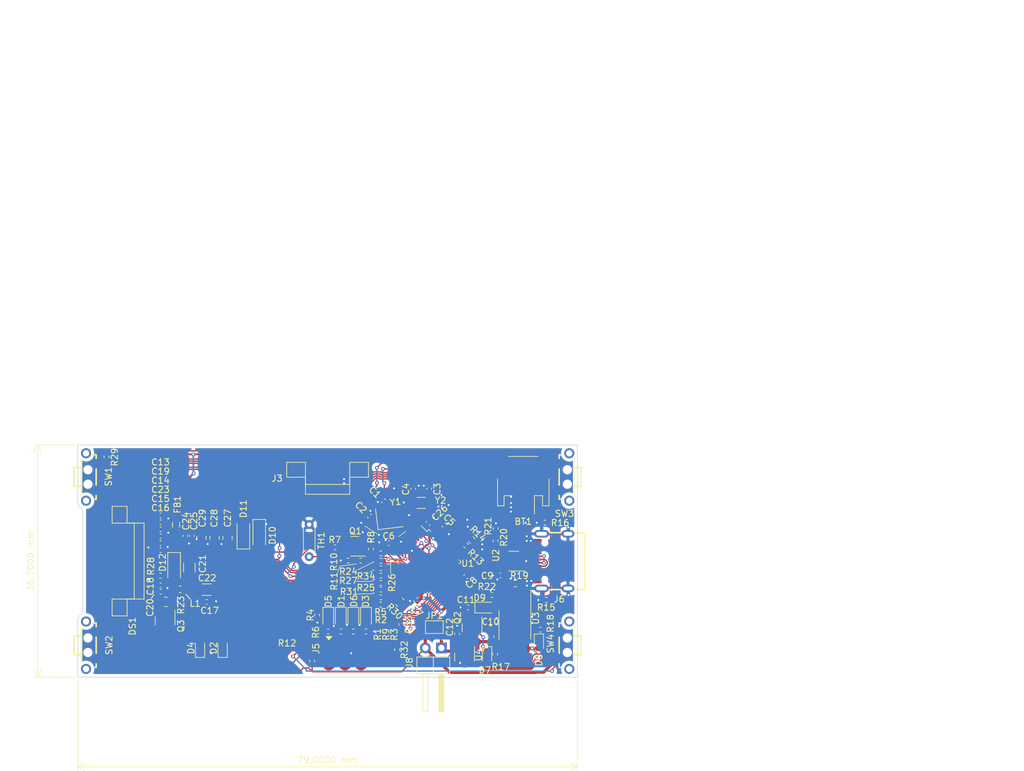
<source format=kicad_pcb>
(kicad_pcb (version 20221018) (generator pcbnew)
  (layers (0 "F.Cu" signal) (31 "B.Cu" signal) (34 "B.Paste" user) (35 "F.Paste" user) (36 "B.SilkS" user "B.Silkscreen") (37 "F.SilkS" user "F.Silkscreen") (38 "B.Mask" user) (39 "F.Mask" user) (44 "Edge.Cuts" user))
  (net 0 "")
  (net 1 "Net-(U1-PH0)")
  (net 2 "GND")
  (net 3 "Net-(U1-PH1)")
  (net 4 "Net-(U1-PC14)")
  (net 5 "Net-(U1-PC15)")
  (net 6 "+3V0")
  (net 7 "/VBUS")
  (net 8 "Net-(D9-K)")
  (net 9 "Net-(J8-Pin_1)")
  (net 10 "/E-Ink display/VCOM")
  (net 11 "/E-Ink display/VSL")
  (net 12 "/E-Ink display/VSH")
  (net 14 "/E-Ink display/VDD")
  (net 15 "/E-Ink display/VCI")
  (net 16 "/E-Ink display/VGH")
  (net 17 "/E-Ink display/PREVGL")
  (net 18 "/BUSY")
  (net 19 "/~{RES}")
  (net 20 "/D{slash}~{C}")
  (net 21 "/E-Ink display/VGL")
  (net 22 "Net-(D12-A)")
  (net 23 "Net-(D10-A)")
  (net 24 "/E-Ink display/PREVGH")
  (net 25 "/WAKEUP")
  (net 26 "+BATT")
  (net 27 "/BUTTON0")
  (net 28 "Net-(D2-A)")
  (net 29 "Net-(D4-A)")
  (net 30 "/E-Ink display/GDR")
  (net 31 "/E-Ink display/RESE")
  (net 32 "/E-Ink display/TSCL")
  (net 33 "Net-(D7-K)")
  (net 34 "Net-(D8-K)")
  (net 35 "/SCLK")
  (net 36 "/MOSI")
  (net 37 "/E-Ink display/TSDA")
  (net 38 "/E-Ink display/VPP")
  (net 39 "/PB7")
  (net 40 "/PB8")
  (net 41 "/BUTTON1")
  (net 42 "/BUTTON2")
  (net 43 "/BUTTON3")
  (net 45 "/SERIAL_TX")
  (net 46 "/LED0")
  (net 47 "/SERIAL_RX")
  (net 48 "/SWDCLK")
  (net 49 "/SWDIO")
  (net 50 "/LED1")
  (net 51 "/NRST")
  (net 52 "/Power/CC1")
  (net 54 "/Power/CC2")
  (net 56 "Net-(U3-~{STDBY})")
  (net 57 "Net-(U3-~{CHRG})")
  (net 58 "Net-(U3-PROG)")
  (net 59 "Net-(U3-TEMP)")
  (net 60 "/VBAT_MEAS")
  (net 61 "Net-(Q1-G)")
  (net 62 "Net-(Q1-D)")
  (net 63 "/VBAT_MEAS_EN")
  (net 64 "/VBUS_PRESENT")
  (net 65 "/Power/USB_IN_D+")
  (net 66 "/Power/USB_IN_D-")
  (net 67 "/USB_D-")
  (net 68 "/USB_D+")
  (net 69 "Net-(U1-PA5)")
  (net 70 "Net-(U1-PA4)")
  (net 71 "Net-(U1-PA7)")
  (net 72 "Net-(U1-PA3)")
  (net 73 "/BUSY_DBG")
  (net 74 "Net-(R29-Pad2)")
  (net 75 "Net-(D1-K)")
  (net 76 "Net-(U1-PA6)")
  (net 77 "Net-(U1-PA13)")
  (net 78 "Net-(U1-PA14)")
  (net 81 "/PB5")
  (net 82 "/PB6")
  (net 83 "/~{CS}")
  (net 87 "/E-Ink display/VCC")
  (net 89 "Net-(U1-PB0)")
  (footprint "Resistor_SMD:R_0402_1005Metric" (layer "F.Cu") (at 147.91 118.3 180)
    (fp_text reference "R24")
    (fp_text value "33")
  )
  (footprint "Resistor_SMD:R_0402_1005Metric" (layer "F.Cu") (at 147.91 117.13 180)
    (fp_text reference "R26")
    (fp_text value "33")
  )
  (footprint "Resistor_SMD:R_0402_1005Metric" (layer "F.Cu") (at 144.71 118.275)
    (fp_text reference "R11")
    (fp_text value "10")
  )
  (footprint "local:KEY-TH_K2-1112SW-AXXW-XX" (layer "F.Cu") (at 176.9 105.05)
    (fp_text reference "SW3")
    (fp_text value "BUTTON2")
  )
  (footprint "Resistor_SMD:R_0402_1005Metric" (layer "F.Cu") (at 145.56 129.47)
    (fp_text reference "R3")
    (fp_text value "10k")
  )
  (footprint "Resistor_SMD:R_0402_1005Metric" (layer "F.Cu") (at 174.06 124.5 180)
    (fp_text reference "R15")
    (fp_text value "5k1")
  )
  (footprint "Capacitor_SMD:C_0402_1005Metric" (layer "F.Cu") (at 157.9 112.64 -45)
    (fp_text reference "C5")
    (fp_text value "100n")
  )
  (footprint "Capacitor_SMD:C_0402_1005Metric" (layer "F.Cu") (at 113.08 116.6)
    (fp_text reference "C16")
    (fp_text value "1u/25V")
  )
  (footprint "Capacitor_SMD:C_0402_1005Metric" (layer "F.Cu") (at 149.16 115.53 180)
    (fp_text reference "C6")
    (fp_text value "100n")
  )
  (footprint "Resistor_THT:R_Axial_DIN0204_L3.6mm_D1.6mm_P5.08mm_Horizontal" (layer "F.Cu") (at 136.576 112.57 -90)
    (fp_text reference "TH1")
    (fp_text value "Thermistor_NTC")
  )
  (footprint "Diode_SMD:D_SOD-123" (layer "F.Cu") (at 126.175 114.08 90)
    (fp_text reference "D11")
    (fp_text value "B5819W")
  )
  (footprint "Capacitor_SMD:C_0402_1005Metric" (layer "F.Cu") (at 146.11 111.22 135)
    (fp_text reference "C2")
    (fp_text value "20pF")
  )
  (footprint "Package_QFP:LQFP-48_7x7mm_P0.5mm" (layer "F.Cu") (at 155.51 118.46 -45)
    (fp_text reference "U1")
    (fp_text value "STM32L151C8TxA")
  )
  (footprint "Capacitor_SMD:C_0402_1005Metric" (layer "F.Cu") (at 118.04 114.37 -90)
    (fp_text reference "C25")
    (fp_text value "100n")
  )
  (footprint "local:Spring_loaded_connector_land_pattern_02x03" (layer "F.Cu") (at 137.16 133.35 -90)
    (fp_text reference "J5")
    (fp_text value "SWD")
  )
  (footprint "Crystal:Crystal_SMD_3215-2Pin_3.2x1.5mm" (layer "F.Cu") (at 154.3 109.139411 180)
    (fp_text reference "Y2")
    (fp_text value "32.768 kHz")
  )
  (footprint "Capacitor_SMD:C_0402_1005Metric" (layer "F.Cu") (at 153.37 124.45 135)
    (fp_text reference "C7")
    (fp_text value "100n")
  )
  (footprint "Package_SO:SOP-8-1EP_4.57x4.57mm_P1.27mm_EP4.57x4.45mm" (layer "F.Cu") (at 169.1 128.45 -90)
    (fp_text reference "U3")
    (fp_text value "TP4056")
  )
  (footprint "Resistor_SMD:R_0603_1608Metric" (layer "F.Cu") (at 162.27 115.04 -45)
    (fp_text reference "R14")
    (fp_text value "82k")
  )
  (footprint "LED_SMD:LED_0603_1608Metric" (layer "F.Cu") (at 172.9 131.36 -90)
    (fp_text reference "D8")
    (fp_text value "RED")
  )
  (footprint "Package_TO_SOT_SMD:SOT-23" (layer "F.Cu") (at 143.7725 116 180)
    (fp_text reference "Q1")
    (fp_text value "AO3400A")
  )
  (footprint "local:KEY-TH_K2-1112SW-AXXW-XX" (layer "F.Cu") (at 176.9 131.65)
    (fp_text reference "SW4")
    (fp_text value "BUTTON3")
  )
  (footprint "Resistor_SMD:R_0402_1005Metric" (layer "F.Cu") (at 161.38 115.89 135)
    (fp_text reference "R13")
    (fp_text value "33k")
  )
  (footprint "Package_TO_SOT_SMD:SOT-23" (layer "F.Cu") (at 161.14 133.52 -90)
    (fp_text reference "U4")
    (fp_text value "ME6216 3V0")
  )
  (footprint "Diode_SMD:D_SOD-323" (layer "F.Cu") (at 143.57 127.27 -90)
    (fp_text reference "D6")
    (fp_text value "1N5819WS")
  )
  (footprint "Capacitor_SMD:C_0402_1005Metric" (layer "F.Cu") (at 159.97 129.85 90)
    (fp_text reference "C12")
    (fp_text value "1u")
  )
  (footprint "Resistor_SMD:R_0402_1005Metric" (layer "F.Cu") (at 147.91 120.64 180)
    (fp_text reference "R27")
    (fp_text value "33")
  )
  (footprint "Resistor_SMD:R_0402_1005Metric" (layer "F.Cu") (at 147.91 124.08 180)
    (fp_text reference "R5")
    (fp_text value "50")
  )
  (footprint "Capacitor_SMD:C_0402_1005Metric" (layer "F.Cu") (at 153.05 106.92 90)
    (fp_text reference "C4")
    (fp_text value "12p")
  )
  (footprint "Resistor_SMD:R_0805_2012Metric" (layer "F.Cu") (at 113.9125 124.8 180)
    (fp_text reference "R23")
    (fp_text value "4.7")
  )
  (footprint "Resistor_SMD:R_0402_1005Metric" (layer "F.Cu") (at 165.98 133.07 -90)
    (fp_text reference "R17")
    (fp_text value "1k")
  )
  (footprint "Resistor_SMD:R_0402_1005Metric" (layer "F.Cu") (at 104.54 101.87 90)
    (fp_text reference "R29")
    (fp_text value "0R")
  )
  (footprint "local:FPC_14" (layer "F.Cu") (at 139.49 107 180)
    (fp_text reference "J3")
    (fp_text value "EXTRA2")
  )
  (footprint "Resistor_SMD:R_0402_1005Metric" (layer "F.Cu") (at 139.59 129.47)
    (fp_text reference "R6")
    (fp_text value "10k")
  )
  (footprint "Capacitor_SMD:C_0402_1005Metric" (layer "F.Cu") (at 117 114.37 -90)
    (fp_text reference "C24")
    (fp_text value "1u/6V")
  )
  (footprint "Capacitor_SMD:C_0402_1005Metric" (layer "F.Cu") (at 155.55 106.92 90)
    (fp_text reference "C3")
    (fp_text value "12p")
  )
  (footprint "Resistor_SMD:R_0402_1005Metric" (layer "F.Cu") (at 113.08 120.65)
    (fp_text reference "R28")
    (fp_text value "33")
  )
  (footprint "Capacitor_SMD:C_0402_1005Metric" (layer "F.Cu") (at 161.73 125.68 180)
    (fp_text reference "C11")
    (fp_text value "1u")
  )
  (footprint "local:KEY-TH_K2-1112SW-AXXW-XX" (layer "F.Cu") (at 102.1 105.05 180)
    (fp_text reference "SW1")
    (fp_text value "BUTTON0")
  )
  (footprint "Capacitor_SMD:C_0402_1005Metric" (layer "F.Cu") (at 113.08 123.2)
    (fp_text reference "C20")
    (fp_text value "1u/25V")
  )
  (footprint "Resistor_SMD:R_0402_1005Metric" (layer "F.Cu") (at 173.85 112.27 180)
    (fp_text reference "R16")
    (fp_text value "5k1")
  )
  (footprint "Jumper:SolderJumper-2_P1.3mm_Bridged2Bar_Pad1.0x1.5mm" (layer "F.Cu") (at 156.37 128.79 180)
    (fp_text reference "JP1")
    (fp_text value "SolderJumper_2_Bridged")
  )
  (footprint "Resistor_SMD:R_0402_1005Metric" (layer "F.Cu") (at 137.05 134.13 90)
    (fp_text reference "R12")
    (fp_text value "10k")
  )
  (footprint "Capacitor_SMD:C_0805_2012Metric" (layer "F.Cu") (at 119.55 114.67 -90)
    (fp_text reference "C29")
    (fp_text value "47u/6V")
  )
  (footprint "Capacitor_SMD:C_0402_1005Metric" (layer "F.Cu") (at 155.369411 112.380589 45)
    (fp_text reference "C26")
    (fp_text value "100n")
  )
  (footprint "Capacitor_SMD:C_0402_1005Metric" (layer "F.Cu") (at 113.08 115.506)
    (fp_text reference "C15")
    (fp_text value "1u/25V")
  )
  (footprint "Resistor_SMD:R_0402_1005Metric" (layer "F.Cu") (at 147.91 121.81 180)
    (fp_text reference "R25")
    (fp_text value "33")
  )
  (footprint "local:KEY-TH_K2-1112SW-AXXW-XX" (layer "F.Cu") (at 102.1 131.65 180)
    (fp_text reference "SW2")
    (fp_text value "BUTTON1")
  )
  (footprint "Resistor_SMD:R_0402_1005Metric" (layer "F.Cu") (at 166.06 115.15 90)
    (fp_text reference "R20")
    (fp_text value "5k1")
  )
  (footprint "Resistor_SMD:R_0402_1005Metric" (layer "F.Cu") (at 142.735 118.275)
    (fp_text reference "R10")
    (fp_text value "10k")
  )
  (footprint "Resistor_SMD:R_0402_1005Metric" (layer "F.Cu") (at 165.48 123.71 180)
    (fp_text reference "R22")
    (fp_text value "100k")
  )
  (footprint "Resistor_SMD:R_0402_1005Metric" (layer "F.Cu") (at 140.66 116.17)
    (fp_text reference "R7")
    (fp_text value "10k")
  )
  (footprint "Capacitor_SMD:C_1206_3216Metric" (layer "F.Cu") (at 117.64 119.385 90)
    (fp_text reference "C21")
    (fp_text value "4.7u/50V")
  )
  (footprint "Resistor_SMD:R_0402_1005Metric" (layer "F.Cu") (at 150.47 132.37 -90)
    (fp_text reference "R32")
    (fp_text value "33")
  )
  (footprint "Resistor_SMD:R_0402_1005Metric" (layer "F.Cu") (at 151.13 128.36 -90)
    (fp_text reference "R33")
    (fp_text value "33")
  )
  (footprint "LED_SMD:LED_0603_1608Metric" (layer "F.Cu") (at 164.71 133.36 -90)
    (fp_text reference "D7")
    (fp_text value "GREEN")
  )
  (footprint "Capacitor_SMD:C_0603_1608Metric" (layer "F.Cu") (at 165.26 130.305 90)
    (fp_text reference "C10")
    (fp_text value "10u")
  )
  (footprint "local:USB-C-SMD_G-SWITCH_GT-USB-7010ASV" (layer "F.Cu") (at 175.1 118.35 90)
    (fp_text reference "J6")
    (fp_text value "USB 2.0 right angle")
  )
  (footprint "Resistor_SMD:R_0402_1005Metric" (layer "F.Cu") (at 141.58 129.47)
    (fp_text reference "R1")
    (fp_text value "10k")
  )
  (footprint "Capacitor_SMD:C_0805_2012Metric" (layer "F.Cu") (at 121.62 114.67 -90)
    (fp_text reference "C28")
    (fp_text value "47u/6V")
  )
  (footprint "Capacitor_SMD:C_0402_1005Metric" (layer "F.Cu") (at 113.07 111.13)
    (fp_text reference "C13")
    (fp_text value "1u/6V")
  )
  (footprint "Resistor_SMD:R_0402_1005Metric" (layer "F.Cu") (at 147.89 125.23 180)
    (fp_text reference "R2")
    (fp_text value "33")
  )
  (footprint "Package_TO_SOT_SMD:SOT-23" (layer "F.Cu") (at 113.8 127.8 -90)
    (fp_text reference "Q3")
    (fp_text value "AO3400A")
  )
  (footprint "Diode_SMD:D_SOD-323" (layer "F.Cu") (at 141.58 127.27 -90)
    (fp_text reference "D1")
    (fp_text value "1N5819WS")
  )
  (footprint "Resistor_SMD:R_0402_1005Metric" (layer "F.Cu") (at 166.06 113.21 90)
    (fp_text reference "R21")
    (fp_text value "100k")
  )
  (footprint "Resistor_SMD:R_0402_1005Metric" (layer "F.Cu") (at 173.13 129.2)
    (fp_text reference "R18")
    (fp_text value "1k")
  )
  (footprint "Capacitor_SMD:C_0402_1005Metric" (layer "F.Cu") (at 113.08 113.318)
    (fp_text reference "C14")
    (fp_text value "1u/25V")
  )
  (footprint "Connector_PinHeader_2.54mm:PinHeader_1x02_P2.54mm_Horizontal" (layer "F.Cu") (at 157.48 132.08 -90)
    (fp_text reference "J8")
    (fp_text value "POWER_MEASUREMENT")
  )
  (footprint "Resistor_SMD:R_0805_2012Metric" (layer "F.Cu") (at 150.93 124.84 -45)
    (fp_text reference "R30")
    (fp_text value "0R")
  )
  (footprint "Inductor_SMD:L_0603_1608Metric" (layer "F.Cu") (at 116.2 122.8)
    (fp_text reference "L1")
    (fp_text value "47uH")
  )
  (footprint "Diode_SMD:D_SOD-323" (layer "F.Cu") (at 139.59 127.27 -90)
    (fp_text reference "D5")
    (fp_text value "1N5819WS")
  )
  (footprint "Resistor_SMD:R_0603_1608Metric" (layer "F.Cu") (at 169.18 121.88 180)
    (fp_text reference "R19")
    (fp_text value "18k")
  )
  (footprint "Diode_SMD:D_SOD-123" (layer "F.Cu") (at 128.685 114.125 -90)
    (fp_text reference "D10")
    (fp_text value "B5819W")
  )
  (footprint "Capacitor_SMD:C_0402_1005Metric" (layer "F.Cu") (at 113.08 112.224)
    (fp_text reference "C19")
    (fp_text value "1u/25V")
  )
  (footprint "Resistor_SMD:R_0402_1005Metric" (layer "F.Cu") (at 143.57 129.47)
    (fp_text reference "R9")
    (fp_text value "10k")
  )
  (footprint "Package_TO_SOT_SMD:SOT-23-6" (layer "F.Cu") (at 168.9025 118.35 180)
    (fp_text reference "U2")
    (fp_text value "USBLC6-2SC6")
  )
  (footprint "LED_SMD:LED_0603_1608Metric" (layer "F.Cu") (at 122.895 132.0875 90)
    (fp_text reference "D2")
    (fp_text value "BLUE")
  )
  (footprint "Capacitor_SMD:C_0402_1005Metric" (layer "F.Cu") (at 161.330589 120.829411 -135)
    (fp_text reference "C8")
    (fp_text value "1u")
  )
  (footprint "Capacitor_SMD:C_0402_1005Metric" (layer "F.Cu") (at 148.31 108.82 135)
    (fp_text reference "C1")
    (fp_text value "20pF")
  )
  (footprint "local:CONN_FPC_24_AFC24-S24FIA-00" (layer "F.Cu") (at 109.7 118.35 -90)
    (fp_text reference "DS1")
    (fp_text value "E-PAPER")
  )
  (footprint "Inductor_SMD:L_0805_2012Metric" (layer "F.Cu") (at 115.54 112.6125 90)
    (fp_text reference "FB1")
    (fp_text value "FerriteBead")
  )
  (footprint "Diode_SMD:D_SOD-323" (layer "F.Cu") (at 145.56 127.27 -90)
    (fp_text reference "D3")
    (fp_text value "1N5819WS")
  )
  (footprint "Capacitor_SMD:C_0402_1005Metric" (layer "F.Cu") (at 120.36 124.8)
    (fp_text reference "C17")
    (fp_text value "1u/25V")
  )
  (footprint "Capacitor_SMD:C_0402_1005Metric" (layer "F.Cu") (at 113.08 122.2)
    (fp_text reference "C18")
    (fp_text value "1u/25V")
  )
  (footprint "Capacitor_SMD:C_0805_2012Metric" (layer "F.Cu") (at 123.66 114.67 -90)
    (fp_text reference "C27")
    (fp_text value "47u/6V")
  )
  (footprint "Connector_JST:JST_PH_S2B-PH-SM4-TB_1x02-1MP_P2.00mm_Horizontal" (layer "F.Cu") (at 170.43 106.3 180)
    (fp_text reference "BT1")
    (fp_text value "Battery_Cell")
  )
  (footprint "Diode_SMD:D_SOD-123" (layer "F.Cu") (at 115.22 119.36 -90)
    (fp_text reference "D12")
    (fp_text value "B5819W")
  )
  (footprint "Resistor_SMD:R_0402_1005Metric" (layer "F.Cu") (at 147.91 122.85 180)
    (fp_text reference "R31")
    (fp_text value "0R")
  )
  (footprint "Package_TO_SOT_SMD:SOT-23" (layer "F.Cu") (at 162.330709 128.879 -90)
    (fp_text reference "Q2")
    (fp_text value "AO3401A")
  )
  (footprint "Capacitor_SMD:C_1206_3216Metric" (layer "F.Cu") (at 120.37 122.86)
    (fp_text reference "C22")
    (fp_text value "10u/50V")
  )
  (footprint "Diode_SMD:D_SOD-323" (layer "F.Cu") (at 164.4 125.7)
    (fp_text reference "D9")
    (fp_text value "1N5819WS")
  )
  (footprint "Resistor_SMD:R_0402_1005Metric" (layer "F.Cu") (at 147.91 119.47 180)
    (fp_text reference "R34")
    (fp_text value "33")
  )
  (footprint "Resistor_SMD:R_0402_1005Metric" (layer "F.Cu") (at 137.84 126.88 -90)
    (fp_text reference "R4")
    (fp_text value "10k")
  )
  (footprint "LED_SMD:LED_0603_1608Metric" (layer "F.Cu") (at 119.32 132.0875 90)
    (fp_text reference "D4")
    (fp_text value "YELLOW")
  )
  (footprint "Crystal:Crystal_SMD_3225-4Pin_3.2x2.5mm" (layer "F.Cu") (at 149.26 111.5 7)
    (fp_text reference "Y1")
    (fp_text value "12 MHz")
  )
  (footprint "Capacitor_SMD:C_0402_1005Metric" (layer "F.Cu") (at 113.08 114.412)
    (fp_text reference "C23")
    (fp_text value "1u/25V")
  )
  (footprint "Resistor_SMD:R_0402_1005Metric" (layer "F.Cu") (at 146.335 116.45 90)
    (fp_text reference "R8")
    (fp_text value "10k")
  )
  (footprint "Capacitor_SMD:C_0402_1005Metric" (layer "F.Cu") (at 166.8 120.62 180)
    (fp_text reference "C9")
    (fp_text value "100n")
  )
  (gr_line (start 144.06 118.79) (end 141.48 119.14) (stroke (width 0.1)) (layer "F.SilkS"))
  (gr_line (start 146.55 123.52) (end 146.87 123.31) (stroke (width 0.1)) (layer "F.SilkS"))
  (gr_line (start 144.25 119.73) (end 146.84 118.44) (stroke (width 0.1)) (layer "F.SilkS"))
  (gr_line (start 117.1 123.6) (end 117.75 124.35) (stroke (width 0.15)) (layer "F.SilkS"))
  (gr_line (start 144.28 123.52) (end 146.55 123.52) (stroke (width 0.1)) (layer "F.SilkS"))
  (gr_line (start 146.19 120.12) (end 146.83 119.71) (stroke (width 0.1)) (layer "F.SilkS"))
  (gr_line (start 144.03 121.55) (end 146.48 121.55) (stroke (width 0.1)) (layer "F.SilkS"))
  (gr_line (start 146.48 121.55) (end 146.98 121.19) (stroke (width 0.1)) (layer "F.SilkS"))
  (gr_line (start 149.47 117.95) (end 148.94 117.39) (stroke (width 0.1)) (layer "F.SilkS"))
  (gr_line (start 111.62 124.24) (end 112.035 123.63) (stroke (width 0.15)) (layer "F.SilkS"))
  (gr_line (start 141.48 119.14) (end 141.11 120.06) (stroke (width 0.1)) (layer "F.SilkS"))
  (gr_line (start 145.39 112.825) (end 147.35 114.055) (stroke (width 0.1)) (layer "F.SilkS"))
  (gr_line (start 149.47 120.32) (end 149.47 117.95) (stroke (width 0.1)) (layer "F.SilkS"))
  (gr_line (start 150.72 114.48) (end 151.85 113.63) (stroke (width 0.1)) (layer "F.SilkS"))
  (gr_line locked (start 100 100) (end 100 109.37) (stroke (width 0.1)) (layer "Edge.Cuts"))
  (gr_line locked (start 100 136.7) (end 100 127.34) (stroke (width 0.1)) (layer "Edge.Cuts"))
  (gr_line locked (start 179 100) (end 179 136.7) (stroke (width 0.1)) (layer "Edge.Cuts"))
  (gr_line locked (start 100.8 126.34) (end 100 127.34) (stroke (width 0.1)) (layer "Edge.Cuts"))
  (gr_line locked (start 100.8 110.36) (end 100 109.37) (stroke (width 0.1)) (layer "Edge.Cuts"))
  (gr_line locked (start 100 136.7) (end 179 136.7) (stroke (width 0.1)) (layer "Edge.Cuts"))
  (gr_line locked (start 100.8 110.36) (end 100.8 126.34) (stroke (width 0.1)) (layer "Edge.Cuts"))
  (gr_line locked (start 179 100) (end 100 100) (stroke (width 0.1)) (layer "Edge.Cuts"))
  (dimension (type aligned) (layer "F.SilkS") (pts (xy 100 100) (xy 100 136.7)) (height 6.343999) (gr_text "36,7000 mm" (at 92.556001 118.35 90) (layer "F.SilkS") (effects (font (size 1 1) (thickness 0.1)))) (format (prefix "") (suffix "") (units 3) (units_format 1) (precision 4)) (style (thickness 0.1) (arrow_length 1.27) (text_position_mode 0) (extension_height 0.58642) (extension_offset 0.5) keep_text_aligned))
  (dimension (type aligned) (layer "F.SilkS") (pts (xy 100 136.7) (xy 179 136.7)) (height 14.169999) (gr_text "79,0000 mm" (at 139.5 149.769999) (layer "F.SilkS") (effects (font (size 1 1) (thickness 0.1)))) (format (prefix "") (suffix "") (units 3) (units_format 1) (precision 4)) (style (thickness 0.1) (arrow_length 1.27) (text_position_mode 0) (extension_height 0.58642) (extension_offset 0.5) keep_text_aligned))
  (segment (start 148.885344 109.159411) (end 148.649411 109.159411) (width 0.2) (layer "F.Cu") (net 1))
  (segment (start 150.248212 110.522279) (end 148.885344 109.159411) (width 0.2) (layer "F.Cu") (net 1))
  (segment (start 151.46 113.34934) (end 151.46 111.590694) (width 0.2) (layer "F.Cu") (net 1))
  (segment (start 150.391585 110.522279) (end 150.248212 110.522279) (width 0.2) (layer "F.Cu") (net 1))
  (segment (start 151.46 111.590694) (end 150.391585 110.522279) (width 0.2) (layer "F.Cu") (net 1))
  (segment (start 153.096998 114.986338) (end 151.46 113.34934) (width 0.2) (layer "F.Cu") (net 1))
  (segment (start 117.58 114.85) (end 117.58 115.56) (width 0.3) (layer "F.Cu") (net 2))
  (segment (start 168.5 128.45) (end 167.57 127.52) (width 0.5) (layer "F.Cu") (net 2))
  (segment (start 157.923002 114.986338) (end 157.923002 114.832289) (width 0.2) (layer "F.Cu") (net 2))
  (segment (start 169.1 128.45) (end 169.1 128.4) (width 0.5) (layer "F.Cu") (net 2))
  (segment (start 166.32 120.62) (end 165.62 120.62) (width 0.5) (layer "F.Cu") (net 2))
  (segment (start 173.55 122.855) (end 173.365 122.67) (width 0.5) (layer "F.Cu") (net 2))
  (segment (start 111.05 116.1) (end 111.15 116.2) (width 0.2) (layer "F.Cu") (net 2))
  (segment (start 166.33 128.45) (end 166.22 128.34) (width 0.5) (layer "F.Cu") (net 2))
  (segment (start 169.05 121.38) (end 168.355 121.38) (width 0.5) (layer "F.Cu") (net 2))
  (segment (start 170.97 114.42) (end 170.97 115.15) (width 0.5) (layer "F.Cu") (net 2))
  (segment (start 168.355 121.88) (end 168.55 121.88) (width 0.5) (layer "F.Cu") (net 2))
  (segment (start 147.958233 108.480589) (end 147.429411 109.009411) (width 0.5) (layer "F.Cu") (net 2))
  (segment (start 146.259411 110.179411) (end 146.869411 109.569411) (width 0.5) (layer "F.Cu") (net 2))
  (segment (start 113.56 113.86) (end 114.3 113.86) (width 0.2) (layer "F.Cu") (net 2))
  (segment (start 171.01 121.51) (end 171.01 122.22) (width 0.5) (layer "F.Cu") (net 2))
  (segment (start 171.69 127.05) (end 171.8 127.16) (width 0.5) (layer "F.Cu") (net 2))
  (segment (start 109.7 116.1) (end 111.05 116.1) (width 0.2) (layer "F.Cu") (net 2))
  (segment (start 156.18911 114.59891) (end 156.18911 114.719401) (width 0.2) (layer "F.Cu") (net 2))
  (segment (start 168.84 109.16) (end 168.84 109.49) (width 0.5) (layer "F.Cu") (net 2))
  (segment (start 141.525 118.275) (end 141.54 118.26) (width 0.2) (layer "F.Cu") (net 2))
  (segment (start 157.923002 114.832289) (end 158.66879 114.086501) (width 0.2) (layer "F.Cu") (net 2))
  (segment (start 120.56 115.62) (end 121.62 115.62) (width 0.3) (layer "F.Cu") (net 2))
  (segment (start 159.97 129.37) (end 159.97 128.57) (width 0.2) (layer "F.Cu") (net 2))
  (segment (start 142.24 107) (end 142.24 106.168553) (width 0.3) (layer "F.Cu") (net 2))
  (segment (start 152.036338 116.046998) (end 151.276006 115.286666) (width 0.2) (layer "F.Cu") (net 2))
  (segment (start 168.48 110.52) (end 168.49 110.53) (width 0.5) (layer "F.Cu") (net 2))
  (segment (start 109.7 120.6) (end 110.56 120.6) (width 0.2) (layer "F.Cu") (net 2))
  (segment (start 113.55 111.13) (end 113.55 111.6) (width 0.2) (layer "F.Cu") (net 2))
  (segment (start 142.225 118.275) (end 141.525 118.275) (width 0.2) (layer "F.Cu") (net 2))
  (segment (start 145.770589 110.878233) (end 146.259411 110.389411) (width 0.5) (layer "F.Cu") (net 2))
  (segment (start 120.84 124.8) (end 121.76 124.8) (width 0.2) (layer "F.Cu") (net 2))
  (segment (start 121.62 115.62) (end 122.67 115.62) (width 0.3) (layer "F.Cu") (net 2))
  (segment (start 168.49 108.18) (end 168.49 109.16) (width 0.5) (layer "F.Cu") (net 2))
  (segment (start 120.53 115.65) (end 120.56 115.62) (width 0.3) (layer "F.Cu") (net 2))
  (segment (start 113.55 111.6) (end 113.55 112.214) (width 0.2) (layer "F.Cu") (net 2))
  (segment (start 168.84 108.53) (end 168.84 109.16) (width 0.5) (layer "F.Cu") (net 2))
  (segment (start 113.55 112.214) (end 113.56 112.224) (width 0.2) (layer "F.Cu") (net 2))
  (segment (start 154.157658 122.994322) (end 154.146856 122.994322) (width 0.2) (layer "F.Cu") (net 2))
  (segment (start 144.08 128.94) (end 144.55 128.47) (width 0.2) (layer "F.Cu") (net 2))
  (segment (start 157.808609 112.979411) (end 156.862342 113.925678) (width 0.2) (layer "F.Cu") (net 2))
  (segment (start 169.1 128.45) (end 168.5 128.45) (width 0.5) (layer "F.Cu") (net 2))
  (segment (start 119.385 132.94) (end 119.32 132.875) (width 0.2) (layer "F.Cu") (net 2))
  (segment (start 168.84 109.16) (end 169.42 109.16) (width 0.5) (layer "F.Cu") (net 2))
  (segment (start 171.61 115.15) (end 170.99 115.15) (width 0.5) (layer "F.Cu") (net 2))
  (segment (start 171.72 121.54) (end 171.7 121.52) (width 0.5) (layer "F.Cu") (net 2))
  (segment (start 163.675363 115.793363) (end 163.754 115.872) (width 0.2) (layer "F.Cu") (net 2))
  (segment (start 170.97 115.15) (end 170.98 115.16) (width 0.5) (layer "F.Cu") (net 2))
  (segment (start 171.02 122.23) (end 171.02 122.2) (width 0.5) (layer "F.Cu") (net 2))
  (segment (start 168.355 121.185) (end 168.41 121.13) (width 0.5) (layer "F.Cu") (net 2))
  (segment (start 173.55 124.5) (end 172.81 124.5) (width 0.5) (layer "F.Cu") (net 2))
  (segment (start 148.06461 110.790392) (end 146.869411 109.595193) (width 0.5) (layer "F.Cu") (net 2))
  (segment (start 166.06 112.425019) (end 166.11 112.375019) (width 0.2) (layer "F.Cu") (net 2))
  (segment (start 113.56 113.86) (end 113.56 114.412) (width 0.2) (layer "F.Cu") (net 2))
  (segment (start 114.825 124.8) (end 115.767009 124.8) (width 0.2) (layer "F.Cu") (net 2))
  (segment (start 168.355 121.38) (end 168.355 121.185) (width 0.5) (layer "F.Cu") (net 2))
  (segment (start 160.991178 120.759198) (end 160.044322 119.812342) (width 0.3) (layer "F.Cu") (net 2))
  (segment (start 158.300589 112.979411) (end 158.423 112.857) (width 0.2) (layer "F.Cu") (net 2))
  (segment (start 167.57 127.52) (end 167.42 127.37) (width 0.5) (layer "F.Cu") (net 2))
  (segment (start 121.76 124.8) (end 121.86 124.7) (width 0.2) (layer "F.Cu") (net 2))
  (segment (start 152.719767 116.719767) (end 152.817764 116.719767) (width 0.2) (layer "F.Cu") (net 2))
  (segment (start 169.43 109.15) (end 169.43 110.9) (width 0.5) (layer "F.Cu") (net 2))
  (segment (start 173.34 112.27) (end 172.575292 112.27) (width 0.5) (layer "F.Cu") (net 2))
  (segment (start 168.41 121.13) (end 168.96 121.13) (width 0.5) (layer "F.Cu") (net 2))
  (segment (start 170.04 118.35) (end 170.89 118.35) (width 0.5) (layer "F.Cu") (net 2))
  (segment (start 171.75 121.54) (end 171.72 121.54) (width 0.5) (layer "F.Cu") (net 2))
  (segment (start 154.146856 122.994322) (end 153.030589 124.110589) (width 0.2) (layer "F.Cu") (net 2))
  (segment (start 122.67 115.62) (end 122.7 115.65) (width 0.3) (layer "F.Cu") (net 2))
  (segment (start 121.175 132.875) (end 121.11 132.94) (width 0.2) (layer "F.Cu") (net 2))
  (segment (start 122.73 115.62) (end 123.66 115.62) (width 0.3) (layer "F.Cu") (net 2))
  (segment (start 154.700589 106.43) (end 155.54 106.43) (width 0.5) (layer "F.Cu") (net 2))
  (segment (start 171.7 121.52) (end 171.02 121.52) (width 0.5) (layer "F.Cu") (net 2))
  (segment (start 117.58 114.85) (end 118.04 114.85) (width 0.3) (layer "F.Cu") (net 2))
  (segment (start 173.34 114.005) (end 173.365 114.03) (width 0.5) (layer "F.Cu") (net 2))
  (segment (start 153.030589 124.139411) (end 152.51 124.66) (width 0.2) (layer "F.Cu") (net 2))
  (segment (start 117 114.85) (end 117.58 114.85) (width 0.3) (layer "F.Cu") (net 2))
  (segment (start 143.08 132.92) (end 143.24 132.92) (width 0.2) (layer "F.Cu") (net 2))
  (segment (start 137.84 127.39) (end 137.84 128.04) (width 0.2) (layer "F.Cu") (net 2))
  (segment (start 165.26 128.53) (end 165.270013 128.519987) (width 0.5) (layer "F.Cu") (net 2))
  (segment (start 142.09 128.9) (end 142.55 128.44) (width 0.2) (layer "F.Cu") (net 2))
  (segment (start 146.84 129.47) (end 146.85 129.48) (width 0.2) (layer "F.Cu") (net 2))
  (segment (start 148.680669 110.790392) (end 150.099885 112.209608) (width 0.5) (layer "F.Cu") (net 2))
  (segment (start 151.276006 115.286666) (end 151.102057 115.286666) (width 0.2) (layer "F.Cu") (net 2))
  (segment (start 118.04 114.85) (end 118.78 114.85) (width 0.3) (layer "F.Cu") (net 2))
  (segment (start 165.26 129.53) (end 165.26 128.53) (width 0.5) (layer "F.Cu") (net 2))
  (segment (start 152.046998 116.046998) (end 152.719767 116.719767) (width 0.2) (layer "F.Cu") (net 2))
  (segment (start 164.97 123) (end 164.96 122.99) (width 0.5) (layer "F.Cu") (net 2))
  (segment (start 155.708822 112.021178) (end 156.25 111.48) (width 0.2) (layer "F.Cu") (net 2))
  (segment (start 177.565 122.67) (end 177.565 123.695) (width 0.5) (layer "F.Cu") (net 2))
  (segment (start 171.45 128.45) (end 171.79 128.11) (width 0.5) (layer "F.Cu") (net 2))
  (segment (start 177.565 114.03) (end 177.565 113.015) (width 0.5) (layer "F.Cu") (net 2))
  (segment (start 113.56 122.2) (end 113.56 122.57) (width 0.2) (layer "F.Cu") (net 2))
  (segment (start 169.1 128.4) (end 170.45 127.05) (width 0.5) (layer "F.Cu") (net 2))
  (segment (start 121.11 132.94) (end 119.385 132.94) (width 0.2) (layer "F.Cu") (net 2))
  (segment (start 168.96 121.13) (end 169.13 121.3) (width 0.5) (layer "F.Cu") (net 2))
  (segment (start 148.68 115.53) (end 148.68 115.04) (width 0.2) (layer "F.Cu") (net 2))
  (segment (start 150.099885 112.209608) (end 150.45539 112.209608) (width 0.5) (layer "F.Cu") (net 2))
  (segment (start 155.54 106.43) (end 155.55 106.44) (width 0.5) (layer "F.Cu") (net 2))
  (segment (start 171.64 115.15) (end 171.61 115.15) (width 0.5) (layer "F.Cu") (net 2))
  (segment (start 122.7 115.65) (end 122.73 115.62) (width 0.3) (layer "F.Cu") (net 2))
  (segment (start 142.24 106.168553) (end 142.100524 106.029077) (width 0.3) (layer "F.Cu") (net 2))
  (segment (start 170.89 118.35) (end 170.900026 118.339974) (width 0.5) (layer "F.Cu") (net 2))
  (segment (start 114.12 122.57) (end 114.17 122.62) (width 0.2) (layer "F.Cu") (net 2))
  (segment (start 113.55 111.6) (end 114.31 111.6) (width 0.2) (layer "F.Cu") (net 2))
  (segment (start 169.1 128.45) (end 171.45 128.45) (width 0.5) (layer "F.Cu") (net 2))
  (segment (start 168.48 109.85) (end 168.48 110.52) (width 0.5) (layer "F.Cu") (net 2))
  (segment (start 148.06461 110.790392) (end 148.680669 110.790392) (width 0.5) (layer "F.Cu") (net 2))
  (segment (start 168.49 109.16) (end 168.84 109.16) (width 0.5) (layer "F.Cu") (net 2))
  (segment (start 169.43 109.12) (end 168.49 108.18) (width 0.5) (layer "F.Cu") (net 2))
  (segment (start 165.62 120.62) (end 165.62 122.65) (width 0.5) (layer "F.Cu") (net 2))
  (segment (start 169.1 128.45) (end 166.33 128.45) (width 0.5) (layer "F.Cu") (net 2))
  (segment (start 170.45 127.05) (end 171.69 127.05) (width 0.5) (layer "F.Cu") (net 2))
  (segment (start 146.259411 110.389411) (end 146.259411 110.179411) (width 0.5) (layer "F.Cu") (net 2))
  (segment (start 160.991178 121.168822) (end 161.433 121.610644) (width 0.2) (layer "F.Cu") (net 2))
  (segment (start 161.25 125.68) (end 160.51 125.68) (width 0.5) (layer "F.Cu") (net 2))
  (segment (start 119.55 115.62) (end 120.5 115.62) (width 0.3) (layer "F.Cu") (net 2))
  (segment (start 113.56 122.57) (end 113.56 123.2) (width 0.2) (layer "F.Cu") (net 2))
  (segment (start 162.853363 115.623363) (end 163.865363 115.623363) (width 0.2) (layer "F.Cu") (net 2))
  (segment (start 172.562646 112.282646) (end 170.812646 112.282646) (width 0.5) (layer "F.Cu") (net 2))
  (segment (start 165.26 129.53) (end 168.02 129.53) (width 0.5) (layer "F.Cu") (net 2))
  (segment (start 146.869411 109.595193) (end 146.869411 109.569411) (width 0.5) (layer "F.Cu") (net 2))
  (segment (start 113.56 122.57) (end 114.12 122.57) (width 0.2) (layer "F.Cu") (net 2))
  (segment (start 142.09 129.47) (end 142.09 128.9) (width 0.2) (layer "F.Cu") (net 2))
  (segment (start 168.49 109.84) (end 168.48 109.85) (width 0.5) (layer "F.Cu") (net 2))
  (segment (start 113.56 116.05) (end 114.144708 116.05) (width 0.2) (layer "F.Cu") (net 2))
  (segment (start 164.97 123.71) (end 164.97 123) (width 0.5) (layer "F.Cu") (net 2))
  (segment (start 168.49 110.53) (end 169.06 110.53) (width 0.5) (layer "F.Cu") (net 2))
  (segment (start 170.99 115.15) (end 170.98 115.16) (width 0.5) (layer "F.Cu") (net 2))
  (segment (start 110.56 120.6) (end 111.18 121.22) (width 0.2) (layer "F.Cu") (net 2))
  (segment (start 169.43 110.9) (end 170.812646 112.282646) (width 0.5) (layer "F.Cu") (net 2))
  (segment (start 129.785 112.475) (end 129.805 112.495) (width 0.3) (layer "F.Cu") (net 2))
  (segment (start 141.54 118.26) (end 141.57 118.26) (width 0.2) (layer "F.Cu") (net 2))
  (segment (start 140.1 129.47) (end 140.1 128.98) (width 0.2) (layer "F.Cu") (net 2))
  (segment (start 120.5 115.62) (end 120.53 115.65) (width 0.3) (layer "F.Cu") (net 2))
  (segment (start 168.355 121.88) (end 168.355 121.38) (width 0.5) (layer "F.Cu") (net 2))
  (segment (start 173.55 124.5) (end 173.55 122.855) (width 0.5) (layer "F.Cu") (net 2))
  (segment (start 142.100524 105.400524) (end 142.09 105.39) (width 0.3) (layer "F.Cu") (net 2))
  (segment (start 172.575292 112.27) (end 172.562646 112.282646) (width 0.5) (layer "F.Cu") (net 2))
  (segment (start 146.335 115.94) (end 146.335 115.295) (width 0.2) (layer "F.Cu") (net 2))
  (segment (start 168.49 110.53) (end 168.49 110.09) (width 0.5) (layer "F.Cu") (net 2))
  (segment (start 169.42 109.16) (end 169.43 109.15) (width 0.5) (layer "F.Cu") (net 2))
  (segment (start 128.685 112.475) (end 129.785 112.475) (width 0.3) (layer "F.Cu") (net 2))
  (segment (start 169.06 110.53) (end 169.43 110.9) (width 0.5) (layer "F.Cu") (net 2))
  (segment (start 167.42 127.37) (end 166.23 127.37) (width 0.5) (layer "F.Cu") (net 2))
  (segment (start 165.62 122.65) (end 165.27 123) (width 0.5) (layer "F.Cu") (net 2))
  (segment (start 153.05 106.44) (end 153.880589 106.44) (width 0.5) (layer "F.Cu") (net 2))
  (segment (start 153.880589 106.44) (end 153.890589 106.43) (width 0.5) (layer "F.Cu") (net 2))
  (segment (start 146.07 129.47) (end 146.84 129.47) (width 0.2) (layer "F.Cu") (net 2))
  (segment (start 171.61 115.06) (end 170.97 114.42) (width 0.5) (layer "F.Cu") (net 2))
  (segment (start 168.465 124.3) (end 168.465 121.99) (width 0.5) (layer "F.Cu") (net 2))
  (segment (start 168.49 108.18) (end 168.84 108.53) (width 0.5) (layer "F.Cu") (net 2))
  (segment (start 168.49 110.09) (end 169.43 109.15) (width 0.5) (layer "F.Cu") (net 2))
  (segment (start 148.68 115.04) (end 148.66 115.02) (width 0.2) (layer "F.Cu") (net 2))
  (segment (start 122.895 132.875) (end 121.175 132.875) (width 0.2) (layer "F.Cu") (net 2))
  (segment (start 114.144708 116.05) (end 114.217354 116.122646) (width 0.2) (layer "F.Cu") (net 2))
  (segment (start 142.24 132.08) (end 143.08 132.92) (width 0.2) (layer "F.Cu") (net 2))
  (segment (start 153.030589 124.110589) (end 153.030589 124.139411) (width 0.2) (layer "F.Cu") (net 2))
  (segment (start 166.06 112.7) (end 166.06 112.425019) (width 0.2) (layer "F.Cu") (net 2))
  (segment (start 177.565 113.015) (end 177.55 113) (width 0.5) (layer "F.Cu") (net 2))
  (segment (start 140.1 128.98) (end 140.47 128.61) (width 0.2) (layer "F.Cu") (net 2))
  (segment (start 173.34 112.27) (end 173.34 114.005) (width 0.5) (layer "F.Cu") (net 2))
  (segment (start 146.869411 109.569411) (end 147.429411 109.009411) (width 0.5) (layer "F.Cu") (net 2))
  (segment (start 137.84 128.04) (end 137.87 128.07) (width 0.2) (layer "F.Cu") (net 2))
  (segment (start 169.13 121.3) (end 169.05 121.38) (width 0.5) (layer "F.Cu") (net 2))
  (segment (start 171.61 115.15) (end 171.61 115.06) (width 0.5) (layer "F.Cu") (net 2))
  (segment (start 177.565 123.695) (end 177.6 123.73) (width 0.5) (layer "F.Cu") (net 2))
  (segment (start 168.84 109.49) (end 168.48 109.85) (width 0.5) (layer "F.Cu") (net 2))
  (segment (start 171.01 122.22) (end 171.02 122.23) (width 0.5) (layer "F.Cu") (net 2))
  (segment (start 115.767009 124.8) (end 115.787009 124.78) (width 0.2) (layer "F.Cu") (net 2))
  (segment (start 158.239411 112.979411) (end 157.808609 112.979411) (width 0.2) (layer "F.Cu") (net 2))
  (segment (start 160.4575 134.4575) (end 160.45 134.45) (width 0.5) (layer "F.Cu") (net 2))
  (segment (start 113.56 116.05) (end 113.56 116.6) (width 0.2) (layer "F.Cu") (net 2))
  (segment (start 168.55 121.88) (end 169.13 121.3) (width 0.5) (layer "F.Cu") (net 2))
  (segment (start 172.765 121.55) (end 171.66 121.55) (width 0.5) (layer "F.Cu") (net 2))
  (segment (start 153.890589 106.43) (end 154.700589 106.43) (width 0.5) (layer "F.Cu") (net 2))
  (segment (start 113.56 115.506) (end 113.56 116.05) (width 0.2) (layer "F.Cu") (net 2))
  (segment (start 161.433 121.610644) (end 161.433 121.63) (width 0.2) (layer "F.Cu") (net 2))
  (segment (start 168.465 121.99) (end 168.355 121.88) (width 0.5) (layer "F.Cu") (net 2))
  (segment (start 171.02 122.2) (end 171.7 121.52) (width 0.5) (layer "F.Cu") (net 2))
  (segment (start 166.32 120.62) (end 166.32 121.25) (width 0.5) (layer "F.Cu") (net 2))
  (segment (start 118.78 114.85) (end 118.79 114.86) (width 0.3) (layer "F.Cu") (net 2))
  (segment (start 121.845 124.685) (end 121.86 124.7) (width 0.2) (layer "F.Cu") (net 2))
  (segment (start 155.708822 112.041178) (end 155.708822 112.021178) (width 0.2) (layer "F.Cu") (net 2))
  (segment (start 152.036338 116.046998) (end 152.046998 116.046998) (width 0.2) (layer "F.Cu") (net 2))
  (segment (start 160.991178 121.168822) (end 160.991178 120.759198) (width 0.3) (layer "F.Cu") (net 2))
  (segment (start 118.79 114.86) (end 119.55 115.62) (width 0.3) (layer "F.Cu") (net 2))
  (segment (start 156.862342 113.925678) (end 156.18911 114.59891) (width 0.2) (layer "F.Cu") (net 2))
  (segment (start 161.14 134.4575) (end 160.4575 134.4575) (width 0.5) (layer "F.Cu") (net 2))
  (segment (start 142.100524 106.029077) (end 142.100524 105.400524) (width 0.3) (layer "F.Cu") (net 2))
  (segment (start 172.765 115.15) (end 171.64 115.15) (width 0.5) (layer "F.Cu") (net 2))
  (segment (start 121.845 122.8) (end 121.845 124.685) (width 0.2) (layer "F.Cu") (net 2))
  (segment (start 158.423 112.857) (end 158.423 112.433248) (width 0.2) (layer "F.Cu") (net 2))
  (segment (start 169.43 109.15) (end 169.43 109.12) (width 0.5) (layer "F.Cu") (net 2))
  (segment (start 146.335 115.295) (end 146.34 115.29) (width 0.2) (layer "F.Cu") (net 2))
  (segment (start 168.49 109.16) (end 168.49 109.84) (width 0.5) (layer "F.Cu") (net 2))
  (segment (start 144.08 129.47) (end 144.08 128.94) (width 0.2) (layer "F.Cu") (net 2))
  (segment (start 158.239411 112.979411) (end 158.300589 112.979411) (width 0.2) (layer "F.Cu") (net 2))
  (segment (start 113.56 113.318) (end 113.56 113.86) (width 0.2) (layer "F.Cu") (net 2))
  (via (at 158.423 112.433248) (size 0.6) (drill 0.3) (layers "F.Cu" "B.Cu") (net 2))
  (via (at 122.7 115.65) (size 0.6) (drill 0.3) (layers "F.Cu" "B.Cu") (net 2))
  (via (at 171.02 122.23) (size 0.6) (drill 0.3) (layers "F.Cu" "B.Cu") (net 2))
  (via (at 140.47 128.61) (size 0.6) (drill 0.3) (layers "F.Cu" "B.Cu") (net 2))
  (via (at 171.8 127.16) (size 0.6) (drill 0.3) (layers "F.Cu" "B.Cu") (net 2))
  (via (at 156.25 111.48) (size 0.6) (drill 0.3) (layers "F.Cu" "B.Cu") (net 2))
  (via (at 163.16 113.7) (size 0.6) (drill 0.3) (layers "F.Cu" "B.Cu") (net 2))
  (via (at 117.58 115.56) (size 0.6) (drill 0.3) (layers "F.Cu" "B.Cu") (net 2))
  (via (at 152.51 124.66) (size 0.6) (drill 0.3) (layers "F.Cu" "B.Cu") (net 2))
  (via (at 114.3 113.86) (size 0.6) (drill 0.3) (layers "F.Cu" "B.Cu") (net 2))
  (via (at 158.66879 114.086501) (size 0.6) (drill 0.3) (layers "F.Cu" "B.Cu") (net 2))
  (via (at 160.45 134.45) (size 0.6) (drill 0.3) (layers "F.Cu" "B.Cu") (net 2))
  (via (at 115.787009 124.78) (size 0.6) (drill 0.3) (layers "F.Cu" "B.Cu") (net 2))
  (via (at 111.15 116.2) (size 0.6) (drill 0.3) (layers "F.Cu" "B.Cu") (net 2))
  (via (at 142.09 105.39) (size 0.6) (drill 0.3) (layers "F.Cu" "B.Cu") (net 2))
  (via (at 171.01 121.51) (size 0.6) (drill 0.3) (layers "F.Cu" "B.Cu") (net 2))
  (via (at 114.17 122.62) (size 0.6) (drill 0.3) (layers "F.Cu" "B.Cu") (net 2))
  (via (at 142.100524 106.029077) (size 0.6) (drill 0.3) (layers "F.Cu" "B.Cu") (net 2))
  (via (at 147.65 115.38) (size 0.6) (drill 0.3) (layers "F.Cu" "B.Cu") (net 2))
  (via (at 166.22 128.34) (size 0.6) (drill 0.3) (layers "F.Cu" "B.Cu") (net 2))
  (via (at 158.62 109.49) (size 0.6) (drill 0.3) (layers "F.Cu" "B.Cu") (net 2))
  (via (at 144.81 112.3) (size 0.6) (drill 0.3) (layers "F.Cu" "B.Cu") (net 2))
  (via (at 154.700589 106.43) (size 0.6) (drill 0.3) (layers "F.Cu" "B.Cu") (net 2))
  (via (at 163.94 116.51) (size 0.6) (drill 0.3) (layers "F.Cu" "B.Cu") (net 2))
  (via (at 141.57 118.26) (size 0.6) (drill 0.3) (layers "F.Cu" "B.Cu") (net 2))
  (via (at 171.69 121.48) (size 0.6) (drill 0.3) (layers "F.Cu" "B.Cu") (net 2))
  (via (at 150 106.85) (size 0.6) (drill 0.3) (layers "F.Cu" "B.Cu") (net 2))
  (via (at 168.49 109.16) (size 0.6) (drill 0.3) (layers "F.Cu" "B.Cu") (net 2))
  (via (at 145.05 113.78) (size 0.6) (drill 0.3) (layers "F.Cu" "B.Cu") (net 2))
  (via (at 160.51 125.68) (size 0.6) (drill 0.3) (layers "F.Cu" "B.Cu") (net 2))
  (via (at 148.66 115.02) (size 0.6) (drill 0.3) (layers "F.Cu" "B.Cu") (net 2))
  (via (at 146.34 115.29) (size 0.6) (drill 0.3) (layers "F.Cu" "B.Cu") (net 2))
  (via (at 177.55 113) (size 0.6) (drill 0.3) (layers "F.Cu" "B.Cu") (net 2))
  (via (at 169.13 121.3) (size 0.6) (drill 0.3) (layers "F.Cu" "B.Cu") (net 2))
  (via (at 171.79 128.11) (size 0.6) (drill 0.3) (layers "F.Cu" "B.Cu") (net 2))
  (via (at 165.62 120.62) (size 0.6) (drill 0.3) (layers "F.Cu" "B.Cu") (net 2))
  (via (at 170.97 114.42) (size 0.6) (drill 0.3) (layers "F.Cu" "B.Cu") (net 2))
  (via (at 156.18911 114.719401) (size 0.6) (drill 0.3) (layers "F.Cu" "B.Cu") (net 2))
  (via (at 120.53 115.65) (size 0.6) (drill 0.3) (layers "F.Cu" "B.Cu") (net 2))
  (via (at 159.97 128.57) (size 0.6) (drill 0.3) (layers "F.Cu" "B.Cu") (net 2))
  (via (at 172.81 124.5) (size 0.6) (drill 0.3) (layers "F.Cu" "B.Cu") (net 2))
  (via (at 171.61 115.15) (size 0.6) (drill 0.3) (layers "F.Cu" "B.Cu") (net 2))
  (via (at 157.5 107.89) (size 0.6) (drill 0.3) (layers "F.Cu" "B.Cu") (net 2))
  (via (at 165.270013 128.519987) (size 0.6) (drill 0.3) (layers "F.Cu" "B.Cu") (net 2))
  (via (at 146.259411 110.389411) (size 0.6) (drill 0.3) (layers "F.Cu" "B.Cu") (net 2))
  (via (at 166.11 112.375019) (size 0.6) (drill 0.3) (layers "F.Cu" "B.Cu") (net 2))
  (via (at 165.27 123) (size 0.6) (drill 0.3) (layers "F.Cu" "B.Cu") (net 2))
  (via (at 168.48 109.85) (size 0.6) (drill 0.3) (layers "F.Cu" "B.Cu") (net 2))
  (via (at 121.86 124.7) (size 0.6) (drill 0.3) (layers "F.Cu" "B.Cu") (net 2))
  (via (at 111.18 121.22) (size 0.6) (drill 0.3) (layers "F.Cu" "B.Cu") (net 2))
  (via (at 163.944 115.702) (size 0.6) (drill 0.3) (layers "F.Cu" "B.Cu") (net 2))
  (via (at 172.562646 112.282646) (size 0.6) (drill 0.3) (layers "F.Cu" "B.Cu") (net 2))
  (via (at 170.98 115.16) (size 0.6) (drill 0.3) (layers "F.Cu" "B.Cu") (net 2))
  (via (at 166.23 127.37) (size 0.6) (drill 0.3) (layers "F.Cu" "B.Cu") (net 2))
  (via (at 166.32 121.25) (size 0.6) (drill 0.3) (layers "F.Cu" "B.Cu") (net 2))
  (via (at 147.6 114.2) (size 0.6) (drill 0.3) (layers "F.Cu" "B.Cu") (net 2))
  (via (at 170.812646 112.282646) (size 0.6) (drill 0.3) (layers "F.Cu" "B.Cu") (net 2))
  (via (at 157.01 109.73) (size 0.6) (drill 0.3) (layers "F.Cu" "B.Cu") (net 2))
  (via (at 177.6 123.73) (size 0.6) (drill 0.3) (layers "F.Cu" "B.Cu") (net 2))
  (via (at 161.433 121.63) (size 0.6) (drill 0.3) (layers "F.Cu" "B.Cu") (net 2))
  (via (at 170.900026 118.339974) (size 0.6) (drill 0.3) (layers "F.Cu" "B.Cu") (net 2))
  (via (at 161.65 112.91) (size 0.6) (drill 0.3) (layers "F.Cu" "B.Cu") (net 2))
  (via (at 121.11 132.94) (size 0.6) (drill 0.3) (layers "F.Cu" "B.Cu") (net 2))
  (via (at 129.805 112.495) (size 0.6) (drill 0.3) (layers "F.Cu" "B.Cu") (net 2))
  (via (at 152.37 111.08) (size 0.6) (drill 0.3) (layers "F.Cu" "B.Cu") (net 2))
  (via (at 114.31 111.6) (size 0.6) (drill 0.3) (layers "F.Cu" "B.Cu") (net 2))
  (via (at 151.54 109.07) (size 0.6) (drill 0.3) (layers "F.Cu" "B.Cu") (net 2))
  (via (at 152.817764 116.719767) (size 0.6) (drill 0.3) (layers "F.Cu" "B.Cu") (net 2))
  (via (at 168.49 110.53) (size 0.6) (drill 0.3) (layers "F.Cu" "B.Cu") (net 2))
  (via (at 118.79 114.86) (size 0.6) (drill 0.3) (layers "F.Cu" "B.Cu") (net 2))
  (via (at 114.217354 116.122646) (size 0.6) (drill 0.3) (layers "F.Cu" "B.Cu") (net 2))
  (via (at 147.429411 109.009411) (size 0.6) (drill 0.3) (layers "F.Cu" "B.Cu") (net 2))
  (via (at 137.87 128.07) (size 0.6) (drill 0.3) (layers "F.Cu" "B.Cu") (net 2))
  (via (at 151.102057 115.286666) (size 0.6) (drill 0.3) (layers "F.Cu" "B.Cu") (net 2))
  (via (at 146.85 129.48) (size 0.6) (drill 0.3) (layers "F.Cu" "B.Cu") (net 2))
  (via (at 153.890589 106.43) (size 0.6) (drill 0.3) (layers "F.Cu" "B.Cu") (net 2))
  (via (at 144.55 128.47) (size 0.6) (drill 0.3) (layers "F.Cu" "B.Cu") (net 2))
  (via (at 168.41 121.13) (size 0.6) (drill 0.3) (layers "F.Cu" "B.Cu") (net 2))
  (via (at 168.49 108.18) (size 0.6) (drill 0.3) (layers "F.Cu" "B.Cu") (net 2))
  (via (at 143.24 132.92) (size 0.6) (drill 0.3) (layers "F.Cu" "B.Cu") (net 2))
  (via (at 142.55 128.44) (size 0.6) (drill 0.3) (layers "F.Cu" "B.Cu") (net 2))
  (via (at 161.58 111.83) (size 0.6) (drill 0.3) (layers "F.Cu" "B.Cu") (net 2))
  (segment (start 149.38729 113.593223) (end 148.271788 112.477721) (width 0.2) (layer "F.Cu") (net 3))
  (segment (start 147.367721 112.477721) (end 146.449411 111.559411) (width 0.2) (layer "F.Cu") (net 3))
  (segment (start 152.743445 115.339891) (end 150.996777 113.593223) (width 0.2) (layer "F.Cu") (net 3))
  (segment (start 148.271788 112.477721) (end 147.367721 112.477721) (width 0.2) (layer "F.Cu") (net 3))
  (segment (start 150.996777 113.593223) (end 149.38729 113.593223) (width 0.2) (layer "F.Cu") (net 3))
  (segment (start 155.530589 109.139411) (end 154.47 110.2) (width 0.25) (layer "F.Cu") (net 4))
  (segment (start 153.307697 113.782823) (end 153.804105 114.279231) (width 0.25) (layer "F.Cu") (net 4))
  (segment (start 154.47 110.2) (end 154.47 111.02) (width 0.25) (layer "F.Cu") (net 4))
  (segment (start 154.47 111.02) (end 153.307697 112.182303) (width 0.25) (layer "F.Cu") (net 4))
  (segment (start 155.55 109.139411) (end 155.530589 109.139411) (width 0.25) (layer "F.Cu") (net 4))
  (segment (start 155.55 109.139411) (end 155.55 107.4) (width 0.25) (layer "F.Cu") (net 4))
  (segment (start 153.307697 112.182303) (end 153.307697 113.782823) (width 0.25) (layer "F.Cu") (net 4))
  (segment (start 152.859167 112.097675) (end 154.08 110.876842) (width 0.25) (layer "F.Cu") (net 5))
  (segment (start 152.859167 114.041401) (end 152.859167 112.097675) (width 0.25) (layer "F.Cu") (net 5))
  (segment (start 154.08 110.169411) (end 153.05 109.139411) (width 0.25) (layer "F.Cu") (net 5))
  (segment (start 153.450551 114.632785) (end 152.859167 114.041401) (width 0.25) (layer "F.Cu") (net 5))
  (segment (start 154.08 110.876842) (end 154.08 110.169411) (width 0.25) (layer "F.Cu") (net 5))
  (segment (start 153.05 109.139411) (end 153.05 107.4) (width 0.25) (layer "F.Cu") (net 5))
  (segment (start 155.55 113.572124) (end 155.55 114.843998) (width 0.3) (layer "F.Cu") (net 6))
  (segment (start 153.709411 124.789411) (end 154.252888 124.245934) (width 0.5) (layer "F.Cu") (net 6))
  (segment (start 176.1 110.75) (end 176.1 107.15) (width 0.5) (layer "F.Cu") (net 6))
  (segment (start 165.894 103.604) (end 163.694 101.404) (width 0.5) (layer "F.Cu") (net 6))
  (segment (start 105.055 136.055) (end 134.856261 136.055) (width 0.2) (layer "F.Cu") (net 6))
  (segment (start 157.560589 112.520323) (end 156.508788 113.572124) (width 0.2) (layer "F.Cu") (net 6))
  (segment (start 137.71 135.847) (end 151.173 135.847) (width 0.2) (layer "F.Cu") (net 6))
  (segment (start 121.726842 101.47) (end 118.27 101.47) (width 0.3) (layer "F.Cu") (net 6))
  (segment (start 137.754312 132.08) (end 136.503 133.331312) (width 0.2) (layer "F.Cu") (net 6))
  (segment (start 154.94 132.08) (end 158.81 135.95) (width 0.5) (layer "F.Cu") (net 6))
  (segment (start 155.06 122.799088) (end 154.511212 123.347876) (width 0.2) (layer "F.Cu") (net 6))
  (segment (start 174.427 105.477) (end 166.313362 105.477) (width 0.5) (layer "F.Cu") (net 6))
  (segment (start 152.4 117.117766) (end 152.4 118.05) (width 0.3) (layer "F.Cu") (net 6))
  (segment (start 176.171 111.241) (end 175.89 110.96) (width 0.3) (layer "F.Cu") (net 6))
  (segment (start 102.8 133.8) (end 105.055 136.055) (width 0.2) (layer "F.Cu") (net 6))
  (segment (start 175.123 133.169576) (end 176.1 132.192576) (width 0.5) (layer "F.Cu") (net 6))
  (segment (start 136.5035 135.2505) (end 137.1 135.847) (width 0.2) (layer "F.Cu") (net 6))
  (segment (start 154.511212 113.572124) (end 155.55 113.572124) (width 0.3) (layer "F.Cu") (net 6))
  (segment (start 161.67 120.49) (end 161.429088 120.49) (width 0.2) (layer "F.Cu") (net 6))
  (segment (start 175.89 110.96) (end 176.1 110.75) (width 0.5) (layer "F.Cu") (net 6))
  (segment (start 161.429088 120.49) (end 160.397876 119.458788) (width 0.3) (layer "F.Cu") (net 6))
  (segment (start 158.81 135.95) (end 166.61827 135.95) (width 0.5) (layer "F.Cu") (net 6))
  (segment (start 154.252888 124.245934) (end 154.700002 124.245934) (width 0.5) (layer "F.Cu") (net 6))
  (segment (start 151.682785 116.400551) (end 151.508835 116.400551) (width 0.2) (layer "F.Cu") (net 6))
  (segment (start 155.55 113.572124) (end 156.508788 113.572124) (width 0.3) (layer "F.Cu") (net 6))
  (segment (start 155.72 128.04) (end 159.611102 124.148898) (width 0.5) (layer "F.Cu") (net 6))
  (segment (start 154.94 132.08) (end 154.94 129.57) (width 0.5) (layer "F.Cu") (net 6))
  (segment (start 159.611102 124.148898) (end 160.141102 124.148898) (width 0.5) (layer "F.Cu") (net 6))
  (segment (start 142.74 103.046) (end 144.27 101.516) (width 0.3) (layer "F.Cu") (net 6))
  (segment (start 151.682785 116.400551) (end 152.152722 116.870488) (width 0.2) (layer "F.Cu") (net 6))
  (segment (start 149.87 115.76) (end 149.64 115.53) (width 0.2) (layer "F.Cu") (net 6))
  (segment (start 144.27 101.31) (end 121.886842 101.31) (width 0.3) (layer "F.Cu") (net 6))
  (segment (start 152.152722 116.870488) (end 152.4 117.117766) (width 0.3) (layer "F.Cu") (net 6))
  (segment (start 146.072 101.31) (end 146.166 101.404) (width 0.3) (layer "F.Cu") (net 6))
  (segment (start 151.508835 116.400551) (end 150.868284 115.76) (width 0.2) (layer "F.Cu") (net 6))
  (segment (start 155.72 128.79) (end 155.72 128.04) (width 0.5) (layer "F.Cu") (net 6))
  (segment (start 118.27 101.47) (end 105.94 101.47) (width 0.3) (layer "F.Cu") (net 6))
  (segment (start 115.54 111.55) (end 115.54 107.248) (width 0.3) (layer "F.Cu") (net 6))
  (segment (start 172.44 135.9) (end 173.67 135.9) (width 0.5) (layer "F.Cu") (net 6))
  (segment (start 154.252888 124.245934) (end 154.252888 123.644382) (width 0.5) (layer "F.Cu") (net 6))
  (segment (start 134.856261 136.055) (end 135.660761 135.2505) (width 0.2) (layer "F.Cu") (net 6))
  (segment (start 176.171 123.85) (end 176.171 111.241) (width 0.3) (layer "F.Cu") (net 6))
  (segment (start 155.06 120.71) (end 155.06 122.799088) (width 0.2) (layer "F.Cu") (net 6))
  (segment (start 150.868284 115.76) (end 149.87 115.76) (width 0.2) (layer "F.Cu") (net 6))
  (segment (start 154.252888 123.644382) (end 154.530303 123.366967) (width 0.5) (layer "F.Cu") (net 6))
  (segment (start 176.1 129.55) (end 176.171 129.479) (width 0.5) (layer "F.Cu") (net 6))
  (segment (start 165.894 104.076972) (end 165.894 103.604) (width 0.5) (layer "F.Cu") (net 6))
  (segment (start 175.123 134.447) (end 175.123 133.169576) (width 0.5) (layer "F.Cu") (net 6))
  (segment (start 137.05 135.797) (end 137.1 135.847) (width 0.2) (layer "F.Cu") (net 6))
  (segment (start 121.886842 101.31) (end 121.726842 101.47) (width 0.3) (layer "F.Cu") (net 6))
  (segment (start 154.511212 113.238788) (end 155.03 112.72) (width 0.3) (layer "F.Cu") (net 6))
  (segment (start 153.83 119.48) (end 155.06 120.71) (width 0.3) (layer "F.Cu") (net 6))
  (segment (start 165.953 104.135972) (end 165.894 104.076972) (width 0.5) (layer "F.Cu") (net 6))
  (segment (start 176.171 129.479) (end 176.171 123.85) (width 0.5) (layer "F.Cu") (net 6))
  (segment (start 102.9 102.95) (end 103.98 101.87) (width 0.2) (layer "F.Cu") (net 6))
  (segment (start 166.61827 135.95) (end 172.39 135.95) (width 0.5) (layer "F.Cu") (net 6))
  (segment (start 155.279002 115.807) (end 155.119397 115.807) (width 0.3) (layer "F.Cu") (net 6))
  (segment (start 155.657 115.429002) (end 155.279002 115.807) (width 0.3) (layer "F.Cu") (net 6))
  (segment (start 176.1 107.15) (end 174.427 105.477) (width 0.5) (layer "F.Cu") (net 6))
  (segment (start 136.503 134.093) (end 137.05 134.64) (width 0.2) (layer "F.Cu") (net 6))
  (segment (start 105.54 101.87) (end 105.94 101.47) (width 0.2) (layer "F.Cu") (net 6))
  (segment (start 155.657 114.950998) (end 155.657 115.429002) (width 0.3) (layer "F.Cu") (net 6))
  (segment (start 153.83 117.096397) (end 153.83 119.48) (width 0.3) (layer "F.Cu") (net 6))
  (segment (start 173.67 135.9) (end 175.123 134.447) (width 0.5) (layer "F.Cu") (net 6))
  (segment (start 103.98 101.87) (end 105.54 101.87) (width 0.2) (layer "F.Cu") (net 6))
  (segment (start 165.953 105.116638) (end 165.953 104.135972) (width 0.5) (layer "F.Cu") (net 6))
  (segment (start 166.313362 105.477) (end 165.953 105.116638) (width 0.5) (layer "F.Cu") (net 6))
  (segment (start 162.11 120.93) (end 161.67 120.49) (width 0.5) (layer "F.Cu") (net 6))
  (segment (start 154.94 129.57) (end 155.72 128.79) (width 0.5) (layer "F.Cu") (net 6))
  (segment (start 137.05 134.64) (end 137.05 135.797) (width 0.2) (layer "F.Cu") (net 6))
  (segment (start 144.27 101.516) (end 144.27 101.31) (width 0.3) (layer "F.Cu") (net 6))
  (segment (start 176.1 132.192576) (end 176.1 129.55) (width 0.5) (layer "F.Cu") (net 6))
  (segment (start 172.39 135.95) (end 172.44 135.9) (width 0.3) (layer "F.Cu") (net 6))
  (segment (start 160.141102 124.148898) (end 162.11 122.18) (width 0.5) (layer "F.Cu") (net 6))
  (segment (start 139.7 132.08) (end 137.754312 132.08) (width 0.2) (layer "F.Cu") (net 6))
  (segment (start 144.27 101.31) (end 146.072 101.31) (width 0.3) (layer "F.Cu") (net 6))
  (segment (start 135.660761 135.2505) (end 136.5035 135.2505) (width 0.2) (layer "F.Cu") (net 6))
  (segment (start 137.1 135.847) (end 137.71 135.847) (width 0.2) (layer "F.Cu") (net 6))
  (segment (start 155.119397 115.807) (end 153.83 117.096397) (width 0.3) (layer "F.Cu") (net 6))
  (segment (start 152.4 118.05) (end 153.83 119.48) (width 0.3) (layer "F.Cu") (net 6))
  (segment (start 136.503 133.331312) (end 136.503 134.093) (width 0.2) (layer "F.Cu") (net 6))
  (segment (start 157.560589 112.300589) (end 157.560589 112.520323) (width 0.2) (layer "F.Cu") (net 6))
  (segment (start 151.173 135.847) (end 154.94 132.08) (width 0.2) (layer "F.Cu") (net 6))
  (segment (start 154.511212 113.572124) (end 154.511212 113.238788) (width 0.3) (layer "F.Cu") (net 6))
  (segment (start 163.694 101.404) (end 146.166 101.404) (width 0.5) (layer "F.Cu") (net 6))
  (segment (start 115.54 107.248) (end 118.32 104.468) (width 0.3) (layer "F.Cu") (net 6))
  (segment (start 142.74 107) (end 142.74 103.046) (width 0.3) (layer "F.Cu") (net 6))
  (segment (start 155.55 114.843998) (end 155.657 114.950998) (width 0.3) (layer "F.Cu") (net 6))
  (segment (start 162.11 122.18) (end 162.11 120.93) (width 0.5) (layer "F.Cu") (net 6))
  (via (at 118.27 101.47) (size 0.6) (drill 0.3) (layers "F.Cu" "B.Cu") (net 6))
  (via (at 118.32 104.468) (size 0.6) (drill 0.3) (layers "F.Cu" "B.Cu") (net 6))
  (via (at 154.700002 124.245934) (size 0.6) (drill 0.3) (layers "F.Cu" "B.Cu") (net 6))
  (via (at 157.47 126.29) (size 0.6) (drill 0.3) (layers "F.Cu" "B.Cu") (net 6))
  (segment (start 155.425934 124.245934) (end 154.700002 124.245934) (width 0.5) (layer "B.Cu") (net 6))
  (segment (start 118.27 101.47) (end 118.27 104.418) (width 0.3) (layer "B.Cu") (net 6))
  (segment (start 118.27 104.418) (end 118.32 104.468) (width 0.3) (layer "B.Cu") (net 6))
  (segment (start 157.47 126.29) (end 155.425934 124.245934) (width 0.5) (layer "B.Cu") (net 6))
  (segment (start 166.85 124.3) (end 165.45 125.7) (width 0.5) (layer "F.Cu") (net 7))
  (segment (start 168.91 117.122209) (end 168.91 117.83) (width 0.5) (layer "F.Cu") (net 7))
  (segment (start 167.788629 120.62) (end 167.28 120.62) (width 0.5) (layer "F.Cu") (net 7))
  (segment (start 167.28 124.215) (end 167.195 124.3) (width 0.5) (layer "F.Cu") (net 7))
  (segment (start 168.128629 120.28) (end 167.788629 120.62) (width 0.5) (layer "F.Cu") (net 7))
  (segment (start 168.81 119.477791) (end 168.81 118.77) (width 0.5) (layer "F.Cu") (net 7))
  (segment (start 164.780624 117.52) (end 166.05 116.250624) (width 0.2) (layer "F.Cu") (net 7))
  (segment (start 166.05 116.250624) (end 166.06 116.240624) (width 0.2) (layer "F.Cu") (net 7))
  (segment (start 166.05 116.250624) (end 168.038415 116.250624) (width 0.2) (layer "F.Cu") (net 7))
  (segment (start 165.45 125.7) (end 165.45 125.772209) (width 0.5) (layer "F.Cu") (net 7))
  (segment (start 164.008 133.4455) (end 164.008 131.891074) (width 0.2) (layer "F.Cu") (net 7))
  (segment (start 171.81 132.1375) (end 171.4675 132.1375) (width 0.5) (layer "F.Cu") (net 7))
  (segment (start 165.45 125.772209) (end 163.280709 127.9415) (width 0.5) (layer "F.Cu") (net 7))
  (segment (start 165.3985 134.836) (end 171.404 134.836) (width 0.2) (layer "F.Cu") (net 7))
  (segment (start 167.195 124.3) (end 166.85 124.3) (width 0.5) (layer "F.Cu") (net 7))
  (segment (start 168.39 118.35) (end 167.765 118.35) (width 0.5) (layer "F.Cu") (net 7))
  (segment (start 168.91 117.83) (end 168.39 118.35) (width 0.5) (layer "F.Cu") (net 7))
  (segment (start 163.280709 129.570709) (end 163.280709 127.9415) (width 0.2) (layer "F.Cu") (net 7))
  (segment (start 171.4675 132.1375) (end 171.005 132.6) (width 0.5) (layer "F.Cu") (net 7))
  (segment (start 168.81 120.28) (end 168.128629 120.28) (width 0.5) (layer "F.Cu") (net 7))
  (segment (start 172.765 115.95) (end 170.082209 115.95) (width 0.5) (layer "F.Cu") (net 7))
  (segment (start 164.11 130.4) (end 163.280709 129.570709) (width 0.2) (layer "F.Cu") (net 7))
  (segment (start 170.082209 115.95) (end 168.91 117.122209) (width 0.5) (layer "F.Cu") (net 7))
  (segment (start 168.038415 116.250624) (end 168.91 117.122209) (width 0.2) (layer "F.Cu") (net 7))
  (segment (start 166.06 116.240624) (end 166.06 115.66) (width 0.2) (layer "F.Cu") (net 7))
  (segment (start 164.008 131.891074) (end 164.054648 131.844426) (width 0.2) (layer "F.Cu") (net 7))
  (segment (start 166.58 124.3) (end 165.99 123.71) (width 0.5) (layer "F.Cu") (net 7))
  (segment (start 168.81 119.477791) (end 168.81 120.28) (width 0.5) (layer "F.Cu") (net 7))
  (segment (start 167.28 120.62) (end 167.28 124.215) (width 0.5) (layer "F.Cu") (net 7))
  (segment (start 164.71 134.1475) (end 165.3985 134.836) (width 0.2) (layer "F.Cu") (net 7))
  (segment (start 170.082209 120.75) (end 168.81 119.477791) (width 0.5) (layer "F.Cu") (net 7))
  (segment (start 172.59 132.1375) (end 171.81 132.1375) (width 0.5) (layer "F.Cu") (net 7))
  (segment (start 168.81 118.77) (end 168.39 118.35) (width 0.5) (layer "F.Cu") (net 7))
  (segment (start 171.404 134.836) (end 172.52 133.72) (width 0.2) (layer "F.Cu") (net 7))
  (segment (start 161.740624 116.250624) (end 161.740624 117.020624) (width 0.2) (layer "F.Cu") (net 7))
  (segment (start 164.71 134.1475) (end 164.008 133.4455) (width 0.2) (layer "F.Cu") (net 7))
  (segment (start 161.740624 117.020624) (end 162.24 117.52) (width 0.2) (layer "F.Cu") (net 7))
  (segment (start 162.24 117.52) (end 164.780624 117.52) (width 0.2) (layer "F.Cu") (net 7))
  (segment (start 167.195 124.3) (end 166.58 124.3) (width 0.5) (layer "F.Cu") (net 7))
  (segment (start 172.765 120.75) (end 170.082209 120.75) (width 0.5) (layer "F.Cu") (net 7))
  (via (at 171.81 132.1375) (size 0.6) (drill 0.3) (layers "F.Cu" "B.Cu") (net 7))
  (via (at 172.52 133.72) (size 0.6) (drill 0.3) (layers "F.Cu" "B.Cu") (net 7))
  (via (at 164.054648 131.844426) (size 0.6) (drill 0.3) (layers "F.Cu" "B.Cu") (net 7))
  (via (at 164.11 130.4) (size 0.6) (drill 0.3) (layers "F.Cu" "B.Cu") (net 7))
  (segment (start 172.52 132.8475) (end 171.81 132.1375) (width 0.2) (layer "B.Cu") (net 7))
  (segment (start 172.52 133.72) (end 172.52 132.8475) (width 0.2) (layer "B.Cu") (net 7))
  (segment (start 164.054648 130.455352) (end 164.11 130.4) (width 0.2) (layer "B.Cu") (net 7))
  (segment (start 164.054648 131.844426) (end 164.054648 130.455352) (width 0.2) (layer "B.Cu") (net 7))
  (segment (start 161.380709 127.9415) (end 161.380709 131.873209) (width 0.5) (layer "F.Cu") (net 8))
  (segment (start 163.35 125.7) (end 162.23 125.7) (width 0.5) (layer "F.Cu") (net 8))
  (segment (start 161.380709 131.873209) (end 162.09 132.5825) (width 0.5) (layer "F.Cu") (net 8))
  (segment (start 162.23 125.7) (end 162.21 125.68) (width 0.5) (layer "F.Cu") (net 8))
  (segment (start 162.21 125.99) (end 161.380709 126.819291) (width 0.5) (layer "F.Cu") (net 8))
  (segment (start 162.21 125.68) (end 162.21 125.99) (width 0.5) (layer "F.Cu") (net 8))
  (segment (start 161.380709 126.819291) (end 161.380709 127.9415) (width 0.5) (layer "F.Cu") (net 8))
  (segment (start 162.330709 125.800709) (end 162.21 125.68) (width 0.5) (layer "F.Cu") (net 8))
  (segment (start 157.48 129.25) (end 157.02 128.79) (width 0.5) (layer "F.Cu") (net 9))
  (segment (start 157.48 132.08) (end 157.48 129.25) (width 0.5) (layer "F.Cu") (net 9))
  (segment (start 157.9925 132.5925) (end 157.48 132.08) (width 0.5) (layer "F.Cu") (net 9))
  (segment (start 157.9825 132.5825) (end 157.48 132.08) (width 0.5) (layer "F.Cu") (net 9))
  (segment (start 159.97 132.3625) (end 160.19 132.5825) (width 0.5) (layer "F.Cu") (net 9))
  (segment (start 159.97 130.33) (end 159.97 132.3625) (width 0.5) (layer "F.Cu") (net 9))
  (segment (start 160.19 132.5825) (end 157.9825 132.5825) (width 0.5) (layer "F.Cu") (net 9))
  (segment (start 111.32 112.6) (end 109.7 112.6) (width 0.2) (layer "F.Cu") (net 10))
  (segment (start 112.59 111.13) (end 112.59 111.33) (width 0.2) (layer "F.Cu") (net 10))
  (segment (start 112.59 111.33) (end 111.32 112.6) (width 0.2) (layer "F.Cu") (net 10))
  (segment (start 112.318 113.6) (end 109.7 113.6) (width 0.2) (layer "F.Cu") (net 11))
  (segment (start 112.6 113.318) (end 112.318 113.6) (width 0.2) (layer "F.Cu") (net 11))
  (segment (start 112.6 115.506) (end 111.694 114.6) (width 0.2) (layer "F.Cu") (net 12))
  (segment (start 111.694 114.6) (end 109.7 114.6) (width 0.2) (layer "F.Cu") (net 12))
  (segment (start 111.6 115.6) (end 109.7 115.6) (width 0.2) (layer "F.Cu") (net 14))
  (segment (start 112.6 116.6) (end 111.6 115.6) (width 0.2) (layer "F.Cu") (net 14))
  (segment (start 118.895 123.815) (end 119.88 124.8) (width 0.2) (layer "F.Cu") (net 15))
  (segment (start 116.9875 122.8) (end 118.895 122.8) (width 0.2) (layer "F.Cu") (net 15))
  (segment (start 118.895 122.8) (end 118.895 123.815) (width 0.2) (layer "F.Cu") (net 15))
  (segment (start 109.7 122.1) (end 112.5 122.1) (width 0.2) (layer "F.Cu") (net 16))
  (segment (start 112.5 122.1) (end 112.6 122.2) (width 0.2) (layer "F.Cu") (net 16))
  (segment (start 111.724 113.1) (end 109.7 113.1) (width 0.2) (layer "F.Cu") (net 17))
  (segment (start 116.071 112.761) (end 116.402 112.43) (width 0.2) (layer "F.Cu") (net 17))
  (segment (start 113.137 112.761) (end 116.071 112.761) (width 0.2) (layer "F.Cu") (net 17))
  (segment (start 112.6 112.224) (end 111.724 113.1) (width 0.2) (layer "F.Cu") (net 17))
  (segment (start 112.6 112.224) (end 113.137 112.761) (width 0.2) (layer "F.Cu") (net 17))
  (segment (start 116.402 112.43) (end 126.175 112.43) (width 0.2) (layer "F.Cu") (net 17))
  (segment (start 116.807539 120.0945) (end 116.750039 120.152) (width 0.127) (layer "F.Cu") (net 18))
  (segment (start 114.608 120.152) (end 114.11 120.65) (width 0.127) (layer "F.Cu") (net 18))
  (segment (start 116.750039 120.152) (end 114.608 120.152) (width 0.127) (layer "F.Cu") (net 18))
  (segment (start 119.949582 121.52) (end 118.487582 120.058) (width 0.127) (layer "F.Cu") (net 18))
  (segment (start 118.487582 120.058) (end 118.451082 120.0945) (width 0.127) (layer "F.Cu") (net 18))
  (segment (start 119.949582 121.52) (end 122.495104 121.52) (width 0.2) (layer "F.Cu") (net 18))
  (segment (start 114.11 120.65) (end 113.59 120.65) (width 0.127) (layer "F.Cu") (net 18))
  (segment (start 118.451082 120.0945) (end 116.807539 120.0945) (width 0.127) (layer "F.Cu") (net 18))
  (segment (start 122.495104 121.52) (end 123.825104 122.85) (width 0.2) (layer "F.Cu") (net 18))
  (segment (start 123.825104 122.85) (end 147.4 122.85) (width 0.2) (layer "F.Cu") (net 18))
  (segment (start 120.32 120.57) (end 120.29 120.6) (width 0.2) (layer "F.Cu") (net 19))
  (segment (start 107.73 112.927344) (end 117.146344 103.511) (width 0.2) (layer "F.Cu") (net 19))
  (segment (start 117.146344 103.511) (end 122.306344 103.511) (width 0.2) (layer "F.Cu") (net 19))
  (segment (start 129.781 103.371) (end 133.41 107) (width 0.2) (layer "F.Cu") (net 19))
  (segment (start 112.360104 119.795) (end 112.293104 119.728) (width 0.2) (layer "F.Cu") (net 19))
  (segment (start 144.747372 121.91) (end 128.12 121.91) (width 0.2) (layer "F.Cu") (net 19))
  (segment (start 122.306344 103.511) (end 122.446344 103.371) (width 0.2) (layer "F.Cu") (net 19))
  (segment (start 116.644829 119.898) (end 113.25958 119.898) (width 0.127) (layer "F.Cu") (net 19))
  (segment (start 113.15658 119.795) (end 112.360104 119.795) (width 0.127) (layer "F.Cu") (net 19))
  (segment (start 119.43042 119.74042) (end 119.43042 119.738) (width 0.127) (layer "F.Cu") (net 19))
  (segment (start 116.702329 119.8405) (end 116.644829 119.898) (width 0.127) (layer "F.Cu") (net 19))
  (segment (start 118.25042 119.738) (end 118.14792 119.8405) (width 0.127) (layer "F.Cu") (net 19))
  (segment (start 147.4 121.81) (end 147.2905 121.9195) (width 0.2) (layer "F.Cu") (net 19))
  (segment (start 110.3 119.6) (end 109.7 119.6) (width 0.2) (layer "F.Cu") (net 19))
  (segment (start 107.73 118.371552) (end 107.73 112.927344) (width 0.2) (layer "F.Cu") (net 19))
  (segment (start 126.78 120.57) (end 120.32 120.57) (width 0.2) (layer "F.Cu") (net 19))
  (segment (start 128.12 121.91) (end 126.78 120.57) (width 0.2) (layer "F.Cu") (net 19))
  (segment (start 112.293104 119.728) (end 110.428 119.728) (width 0.2) (layer "F.Cu") (net 19))
  (segment (start 110.428 119.728) (end 110.3 119.6) (width 0.2) (layer "F.Cu") (net 19))
  (segment (start 122.446344 103.371) (end 129.781 103.371) (width 0.2) (layer "F.Cu") (net 19))
  (segment (start 109.7 119.6) (end 108.958448 119.6) (width 0.2) (layer "F.Cu") (net 19))
  (segment (start 118.14792 119.8405) (end 116.702329 119.8405) (width 0.127) (layer "F.Cu") (net 19))
  (segment (start 119.43042 119.738) (end 118.25042 119.738) (width 0.127) (layer "F.Cu") (net 19))
  (segment (start 147.2905 121.9195) (end 144.756872 121.9195) (width 0.2) (layer "F.Cu") (net 19))
  (segment (start 144.756872 121.9195) (end 144.747372 121.91) (width 0.127) (layer "F.Cu") (net 19))
  (segment (start 113.25958 119.898) (end 113.15658 119.795) (width 0.127) (layer "F.Cu") (net 19))
  (segment (start 120.29 120.6) (end 119.43042 119.74042) (width 0.127) (layer "F.Cu") (net 19))
  (segment (start 133.41 107) (end 136.24 107) (width 0.2) (layer "F.Cu") (net 19))
  (segment (start 108.958448 119.6) (end 107.73 118.371552) (width 0.2) (layer "F.Cu") (net 19))
  (segment (start 113.36479 119.644) (end 116.539619 119.644) (width 0.127) (layer "F.Cu") (net 20))
  (segment (start 128.178 103.768) (end 132.237 107.827) (width 0.2) (layer "F.Cu") (net 20))
  (segment (start 122.511792 103.768) (end 128.178 103.768) (width 0.2) (layer "F.Cu") (net 20))
  (segment (start 111.095709 119.401) (end 110.794709 119.1) (width 0.2) (layer "F.Cu") (net 20))
  (segment (start 109.7 119.1) (end 108.920896 119.1) (width 0.2) (layer "F.Cu") (net 20))
  (segment (start 113.18879 119.468) (end 113.36479 119.644) (width 0.127) (layer "F.Cu") (net 20))
  (segment (start 120.446 119.484) (end 120.48 119.45) (width 0.127) (layer "F.Cu") (net 20))
  (segment (start 116.539619 119.644) (end 116.597119 119.5865) (width 0.127) (layer "F.Cu") (net 20))
  (segment (start 112.495552 119.468) (end 112.428552 119.401) (width 0.2) (layer "F.Cu") (net 20))
  (segment (start 112.428552 119.401) (end 111.095709 119.401) (width 0.2) (layer "F.Cu") (net 20))
  (segment (start 118.04271 119.5865) (end 118.14521 119.484) (width 0.127) (layer "F.Cu") (net 20))
  (segment (start 131.418238 119.45) (end 120.48 119.45) (width 0.2) (layer "F.Cu") (net 20))
  (segment (start 136.713 107.827) (end 136.74 107.8) (width 0.2) (layer "F.Cu") (net 20))
  (segment (start 116.597119 119.5865) (end 118.04271 119.5865) (width 0.127) (layer "F.Cu") (net 20))
  (segment (start 133.36447 121.396232) (end 131.418238 119.45) (width 0.2) (layer "F.Cu") (net 20))
  (segment (start 122.441792 103.838) (end 122.511792 103.768) (width 0.2) (layer "F.Cu") (net 20))
  (segment (start 146.643768 121.396232) (end 133.36447 121.396232) (width 0.2) (layer "F.Cu") (net 20))
  (segment (start 136.74 107.8) (end 136.74 107) (width 0.2) (layer "F.Cu") (net 20))
  (segment (start 117.379344 103.838) (end 122.441792 103.838) (width 0.2) (layer "F.Cu") (net 20))
  (segment (start 147.4 120.64) (end 146.643768 121.396232) (width 0.2) (layer "F.Cu") (net 20))
  (segment (start 118.14521 119.484) (end 120.446 119.484) (width 0.127) (layer "F.Cu") (net 20))
  (segment (start 110.794709 119.1) (end 109.7 119.1) (width 0.2) (layer "F.Cu") (net 20))
  (segment (start 108.1 113.117344) (end 117.379344 103.838) (width 0.2) (layer "F.Cu") (net 20))
  (segment (start 132.237 107.827) (end 136.713 107.827) (width 0.2) (layer "F.Cu") (net 20))
  (segment (start 108.920896 119.1) (end 108.1 118.279104) (width 0.2) (layer "F.Cu") (net 20))
  (segment (start 108.1 118.279104) (end 108.1 113.117344) (width 0.2) (layer "F.Cu") (net 20))
  (segment (start 112.495552 119.468) (end 113.18879 119.468) (width 0.127) (layer "F.Cu") (net 20))
  (segment (start 109.7 122.6) (end 112 122.6) (width 0.2) (layer "F.Cu") (net 21))
  (segment (start 112 122.6) (end 112.6 123.2) (width 0.2) (layer "F.Cu") (net 21))
  (segment (start 116.323 123.7105) (end 115.4125 122.8) (width 0.2) (layer "F.Cu") (net 22))
  (segment (start 113.8 128.7375) (end 114.145659 128.7375) (width 0.2) (layer "F.Cu") (net 22))
  (segment (start 114.145659 128.7375) (end 116.323 126.560159) (width 0.2) (layer "F.Cu") (net 22))
  (segment (start 117.64 120.86) (end 115.37 120.86) (width 0.2) (layer "F.Cu") (net 22))
  (segment (start 115.37 120.86) (end 115.22 121.01) (width 0.2) (layer "F.Cu") (net 22))
  (segment (start 116.323 126.560159) (end 116.323 123.7105) (width 0.2) (layer "F.Cu") (net 22))
  (segment (start 115.22 121.01) (end 115.22 122.6075) (width 0.2) (layer "F.Cu") (net 22))
  (segment (start 115.22 122.6075) (end 115.4125 122.8) (width 0.2) (layer "F.Cu") (net 22))
  (segment (start 119.153 116.397) (end 117.64 117.91) (width 0.3) (layer "F.Cu") (net 23))
  (segment (start 128.64 115.73) (end 128.685 115.775) (width 0.3) (layer "F.Cu") (net 23))
  (segment (start 126.175 115.73) (end 125.508 116.397) (width 0.3) (layer "F.Cu") (net 23))
  (segment (start 126.175 115.73) (end 128.64 115.73) (width 0.3) (layer "F.Cu") (net 23))
  (segment (start 125.508 116.397) (end 119.153 116.397) (width 0.3) (layer "F.Cu") (net 23))
  (segment (start 125.9 115.73) (end 126.175 115.73) (width 0.3) (layer "F.Cu") (net 23))
  (segment (start 112.6 114.412) (end 112.288 114.1) (width 0.2) (layer "F.Cu") (net 24))
  (segment (start 115.22 116.933159) (end 115.163 116.876158) (width 0.2) (layer "F.Cu") (net 24))
  (segment (start 115.22 117.71) (end 115.22 116.933159) (width 0.2) (layer "F.Cu") (net 24))
  (segment (start 113.157 114.969) (end 112.6 114.412) (width 0.2) (layer "F.Cu") (net 24))
  (segment (start 113.852016 114.969) (end 113.157 114.969) (width 0.2) (layer "F.Cu") (net 24))
  (segment (start 115.163 116.876158) (end 115.163 116.279984) (width 0.2) (layer "F.Cu") (net 24))
  (segment (start 115.163 116.279984) (end 113.852016 114.969) (width 0.2) (layer "F.Cu") (net 24))
  (segment (start 112.288 114.1) (end 109.7 114.1) (width 0.2) (layer "F.Cu") (net 24))
  (segment (start 148.70253 125.777) (end 150.284765 124.194765) (width 0.2) (layer "F.Cu") (net 25))
  (segment (start 151.81 117.98) (end 151.81 117.234874) (width 0.2) (layer "F.Cu") (net 25))
  (segment (start 148.115054 117.753) (end 148.808042 117.753) (width 0.2) (layer "F.Cu") (net 25))
  (segment (start 148.115054 125.777) (end 148.70253 125.777) (width 0.2) (layer "F.Cu") (net 25))
  (segment (start 148.808042 117.753) (end 149.113663 118.058621) (width 0.2) (layer "F.Cu") (net 25))
  (segment (start 147.9 117.968054) (end 147.9 123.161946) (width 0.2) (layer "F.Cu") (net 25))
  (segment (start 147.903 125.564946) (end 148.115054 125.777) (width 0.2) (layer "F.Cu") (net 25))
  (segment (start 147.903 123.164946) (end 147.903 125.564946) (width 0.2) (layer "F.Cu") (net 25))
  (segment (start 147.9 123.161946) (end 147.903 123.164946) (width 0.2) (layer "F.Cu") (net 25))
  (segment (start 147.9 117.968054) (end 148.115054 117.753) (width 0.2) (layer "F.Cu") (net 25))
  (segment (start 151.81 117.234874) (end 151.329231 116.754105) (width 0.2) (layer "F.Cu") (net 25))
  (via (at 151.81 117.98) (size 0.6) (drill 0.3) (layers "F.Cu" "B.Cu") (net 25))
  (via (at 149.113663 118.058621) (size 0.6) (drill 0.3) (layers "F.Cu" "B.Cu") (net 25))
  (segment (start 149.113663 118.058621) (end 151.731379 118.058621) (width 0.2) (layer "B.Cu") (net 25))
  (segment (start 151.731379 118.058621) (end 151.81 117.98) (width 0.2) (layer "B.Cu") (net 25))
  (segment (start 172.83 109.15) (end 171.43 109.15) (width 0.5) (layer "F.Cu") (net 26))
  (segment (start 147.3 106.418) (end 147.3 105.959998) (width 0.2) (layer "F.Cu") (net 26))
  (segment (start 163.322448 102.18) (end 148.699 102.18) (width 0.2) (layer "F.Cu") (net 26))
  (segment (start 163.254648 131.513055) (end 163.254648 134.164648) (width 0.5) (layer "F.Cu") (net 26))
  (segment (start 175.544 111.864) (end 172.83 109.15) (width 0.5) (layer "F.Cu") (net 26))
  (segment (start 171.662974 135.313) (end 172.455974 134.52) (width 0.5) (layer "F.Cu") (net 26))
  (segment (start 165.476 105.314218) (end 165.476 104.333552) (width 0.2) (layer "F.Cu") (net 26))
  (segment (start 145.744 107.974) (end 147.3 106.418) (width 0.2) (layer "F.Cu") (net 26))
  (segment (start 171.43 109.15) (end 171.43 107.4) (width 0.2) (layer "F.Cu") (net 26))
  (segment (start 165.26 131.08) (end 163.594209 131.08) (width 0.5) (layer "F.Cu") (net 26))
  (segment (start 165.26 131.08) (end 165.675 131.08) (width 0.5) (layer "F.Cu") (net 26))
  (segment (start 173.32 134.051371) (end 173.32 133.655974) (width 0.5) (layer "F.Cu") (net 26))
  (segment (start 140.15 113.568) (end 140.15 116.17) (width 0.2) (layer "F.Cu") (net 26))
  (segment (start 172.851371 134.52) (end 173.32 134.051371) (width 0.5) (layer "F.Cu") (net 26))
  (segment (start 163.594209 131.08) (end 162.330709 129.8165) (width 0.5) (layer "F.Cu") (net 26))
  (segment (start 165.675 131.08) (end 167.195 132.6) (width 0.5) (layer "F.Cu") (net 26))
  (segment (start 163.594209 131.08) (end 163.594209 131.173494) (width 0.5) (layer "F.Cu") (net 26))
  (segment (start 148.699 102.18) (end 147.28 103.599) (width 0.2) (layer "F.Cu") (net 26))
  (segment (start 172.455974 134.52) (end 172.851371 134.52) (width 0.5) (layer "F.Cu") (net 26))
  (segment (start 169.984 105.954) (end 166.115782 105.954) (width 0.2) (layer "F.Cu") (net 26))
  (segment (start 163.594209 131.173494) (end 163.254648 131.513055) (width 0.5) (layer "F.Cu") (net 26))
  (segment (start 173.63 133.665974) (end 174.677 132.618974) (width 0.5) (layer "F.Cu") (net 26))
  (segment (start 171.43 107.4) (end 169.984 105.954) (width 0.2) (layer "F.Cu") (net 26))
  (segment (start 166.115782 105.954) (end 165.476 105.314218) (width 0.2) (layer "F.Cu") (net 26))
  (segment (start 163.254648 134.164648) (end 164.403 135.313) (width 0.5) (layer "F.Cu") (net 26))
  (segment (start 165.265 131.075) (end 165.26 131.08) (width 0.5) (layer "F.Cu") (net 26))
  (segment (start 145.744 107.974) (end 140.15 113.568) (width 0.2) (layer "F.Cu") (net 26))
  (segment (start 174.677 125.903268) (end 175.544 125.036268) (width 0.5) (layer "F.Cu") (net 26))
  (segment (start 165.476 104.333552) (end 163.322448 102.18) (width 0.2) (layer "F.Cu") (net 26))
  (segment (start 175.544 125.036268) (end 175.544 111.864) (width 0.5) (layer "F.Cu") (net 26))
  (segment (start 164.403 135.313) (end 171.662974 135.313) (width 0.5) (layer "F.Cu") (net 26))
  (segment (start 174.677 132.618974) (end 174.677 125.903268) (width 0.5) (layer "F.Cu") (net 26))
  (via (at 147.3 105.959998) (size 0.6) (drill 0.3) (layers "F.Cu" "B.Cu") (net 26))
  (via (at 147.28 103.599) (size 0.6) (drill 0.3) (layers "F.Cu" "B.Cu") (net 26))
  (segment (start 147.28 105.939998) (end 147.3 105.959998) (width 0.2) (layer "B.Cu") (net 26))
  (segment (start 147.28 103.599) (end 147.28 105.939998) (width 0.2) (layer "B.Cu") (net 26))
  (segment (start 111.864 134.904) (end 131.436 134.904) (width 0.2) (layer "F.Cu") (net 27))
  (segment (start 157.359 123.49098) (end 157.359 123.861674) (width 0.2) (layer "F.Cu") (net 27))
  (segment (start 136.323 130.017) (end 140.523 130.017) (width 0.2) (layer "F.Cu") (net 27))
  (segment (start 131.436 134.904) (end 136.323 130.017) (width 0.2) (layer "F.Cu") (net 27))
  (segment (start 149.32677 127.465) (end 142.435 127.465) (width 0.2) (layer "F.Cu") (net 27))
  (segment (start 156.862342 122.994322) (end 157.359 123.49098) (width 0.2) (layer "F.Cu") (net 27))
  (segment (start 157.359 123.861674) (end 154.096674 127.124) (width 0.2) (layer "F.Cu") (net 27))
  (segment (start 154.096674 127.124) (end 152.576261 127.124) (width 0.2) (layer "F.Cu") (net 27))
  (segment (start 152.455261 127.003) (end 149.78877 127.003) (width 0.2) (layer "F.Cu") (net 27))
  (segment (start 102.8 125.84) (end 111.864 134.904) (width 0.2) (layer "F.Cu") (net 27))
  (segment (start 140.523 130.017) (end 141.07 129.47) (width 0.2) (layer "F.Cu") (net 27))
  (segment (start 141.07 129.47) (end 141.07 128.83) (width 0.2) (layer "F.Cu") (net 27))
  (segment (start 141.07 128.83) (end 141.58 128.32) (width 0.2) (layer "F.Cu") (net 27))
  (segment (start 102.8 107.1) (end 102.8 125.84) (width 0.2) (layer "F.Cu") (net 27))
  (segment (start 149.78877 127.003) (end 149.32677 127.465) (width 0.2) (layer "F.Cu") (net 27))
  (segment (start 142.435 127.465) (end 141.58 128.32) (width 0.2) (layer "F.Cu") (net 27))
  (segment (start 152.576261 127.124) (end 152.455261 127.003) (width 0.2) (layer "F.Cu") (net 27))
  (segment (start 135.957774 125.039) (end 147.189 125.039) (width 0.2) (layer "F.Cu") (net 28))
  (segment (start 130.166774 130.83) (end 135.957774 125.039) (width 0.2) (layer "F.Cu") (net 28))
  (segment (start 123.365 130.83) (end 130.166774 130.83) (width 0.2) (layer "F.Cu") (net 28))
  (segment (start 147.189 125.039) (end 147.38 125.23) (width 0.2) (layer "F.Cu") (net 28))
  (segment (start 122.895 131.3) (end 123.365 130.83) (width 0.2) (layer "F.Cu") (net 28))
  (segment (start 147.4 124.08) (end 126.54 124.08) (width 0.2) (layer "F.Cu") (net 29))
  (segment (start 126.54 124.08) (end 119.32 131.3) (width 0.2) (layer "F.Cu") (net 29))
  (segment (start 111.17 123.6) (end 109.7 123.6) (width 0.2) (layer "F.Cu") (net 30))
  (segment (start 113.156159 127.827) (end 112.223 127.827) (width 0.2) (layer "F.Cu") (net 30))
  (segment (start 114.120659 126.8625) (end 113.156159 127.827) (width 0.2) (layer "F.Cu") (net 30))
  (segment (start 111.29 126.894) (end 111.29 123.72) (width 0.2) (layer "F.Cu") (net 30))
  (segment (start 112.223 127.827) (end 111.29 126.894) (width 0.2) (layer "F.Cu") (net 30))
  (segment (start 111.29 123.72) (end 111.17 123.6) (width 0.2) (layer "F.Cu") (net 30))
  (segment (start 114.75 126.8625) (end 114.120659 126.8625) (width 0.2) (layer "F.Cu") (net 30))
  (segment (start 113 124.8) (end 113 126.7125) (width 0.2) (layer "F.Cu") (net 31))
  (segment (start 111.3 123.1) (end 113 124.8) (width 0.2) (layer "F.Cu") (net 31))
  (segment (start 109.7 123.1) (end 111.3 123.1) (width 0.2) (layer "F.Cu") (net 31))
  (segment (start 113 126.7125) (end 112.85 126.8625) (width 0.2) (layer "F.Cu") (net 31))
  (segment (start 164.71 132.5725) (end 165.9675 132.5725) (width 0.2) (layer "F.Cu") (net 33))
  (segment (start 165.9675 132.5725) (end 165.98 132.56) (width 0.2) (layer "F.Cu") (net 33))
  (segment (start 172.59 130.5625) (end 172.59 129.47) (width 0.2) (layer "F.Cu") (net 34))
  (segment (start 172.62 129.44) (end 172.59 129.47) (width 0.2) (layer "F.Cu") (net 34))
  (segment (start 172.62 129.2) (end 172.62 129.44) (width 0.2) (layer "F.Cu") (net 34))
  (segment (start 131.68 118.141687) (end 131.68 118.08) (width 0.2) (layer "F.Cu") (net 35))
  (segment (start 111.543 118.053) (end 109.747 118.053) (width 0.2) (layer "F.Cu") (net 35))
  (segment (start 118.17479 118.976) (end 116.32479 118.976) (width 0.127) (layer "F.Cu") (net 35))
  (segment (start 116.32479 118.976) (end 116.22379 119.077) (width 0.127) (layer "F.Cu") (net 35))
  (segment (start 131.9 113.64) (end 137.74 107.8) (width 0.2) (layer "F.Cu") (net 35))
  (segment (start 112.520632 118.053) (end 111.543 118.053) (width 0.127) (layer "F.Cu") (net 35))
  (segment (start 119.083171 118.956) (end 118.19479 118.956) (width 0.127) (layer "F.Cu") (net 35))
  (segment (start 119.959171 118.08) (end 119.083171 118.956) (width 0.127) (layer "F.Cu") (net 35))
  (segment (start 109.747 118.053) (end 109.7 118.1) (width 0.2) (layer "F.Cu") (net 35))
  (segment (start 147.4 118.3) (end 145.553 120.147) (width 0.2) (layer "F.Cu") (net 35))
  (segment (start 113.544632 119.077) (end 112.520632 118.053) (width 0.127) (layer "F.Cu") (net 35))
  (segment (start 118.19479 118.956) (end 118.17479 118.976) (width 0.127) (layer "F.Cu") (net 35))
  (segment (start 133.685313 120.147) (end 131.68 118.141687) (width 0.2) (layer "F.Cu") (net 35))
  (segment (start 131.86 117.9) (end 131.86 117.53) (width 0.2) (layer "F.Cu") (net 35))
  (segment (start 131.68 118.08) (end 120.63 118.08) (width 0.2) (layer "F.Cu") (net 35))
  (segment (start 116.22379 119.077) (end 113.544632 119.077) (width 0.127) (layer "F.Cu") (net 35))
  (segment (start 145.553 120.147) (end 133.685313 120.147) (width 0.2) (layer "F.Cu") (net 35))
  (segment (start 131.68 118.08) (end 131.86 117.9) (width 0.2) (layer "F.Cu") (net 35))
  (segment (start 120.63 118.08) (end 119.959171 118.08) (width 0.127) (layer "F.Cu") (net 35))
  (segment (start 131.9 116.3) (end 131.9 113.64) (width 0.2) (layer "F.Cu") (net 35))
  (segment (start 137.74 107.8) (end 137.74 107) (width 0.2) (layer "F.Cu") (net 35))
  (via (at 131.9 116.3) (size 0.6) (drill 0.3) (layers "F.Cu" "B.Cu") (net 35))
  (via (at 131.86 117.53) (size 0.6) (drill 0.3) (layers "F.Cu" "B.Cu") (net 35))
  (segment (start 131.86 116.34) (end 131.9 116.3) (width 0.2) (layer "B.Cu") (net 35))
  (segment (start 131.86 117.53) (end 131.86 116.34) (width 0.2) (layer "B.Cu") (net 35))
  (segment (start 112.426842 117.6) (end 109.7 117.6) (width 0.2) (layer "F.Cu") (net 36))
  (segment (start 115.959094 118.814) (end 113.640842 118.814) (width 0.127) (layer "F.Cu") (net 36))
  (segment (start 133.02 119.019239) (end 133.02 116.92) (width 0.2) (layer "F.Cu") (net 36))
  (segment (start 120.279582 116.92) (end 118.497582 118.702) (width 0.127) (layer "F.Cu") (net 36))
  (segment (start 116.061094 118.712) (end 115.959094 118.814) (width 0.127) (layer "F.Cu") (net 36))
  (segment (start 145.029999 119.82) (end 133.820761 119.82) (width 0.2) (layer "F.Cu") (net 36))
  (segment (start 133.820761 119.82) (end 133.02 119.019239) (width 0.2) (layer "F.Cu") (net 36))
  (segment (start 138.24 109.132576) (end 138.24 107) (width 0.2) (layer "F.Cu") (net 36))
  (segment (start 147.4 117.449999) (end 145.029999 119.82) (width 0.2) (layer "F.Cu") (net 36))
  (segment (start 118.497582 118.702) (end 118.08958 118.702) (width 0.127) (layer "F.Cu") (net 36))
  (segment (start 147.4 117.13) (end 147.4 117.449999) (width 0.2) (layer "F.Cu") (net 36))
  (segment (start 113.640842 118.814) (end 112.426842 117.6) (width 0.127) (layer "F.Cu") (net 36))
  (segment (start 118.08958 118.702) (end 118.07958 118.712) (width 0.127) (layer "F.Cu") (net 36))
  (segment (start 133.02 116.92) (end 120.279582 116.92) (width 0.2) (layer "F.Cu") (net 36))
  (segment (start 118.07958 118.712) (end 116.061094 118.712) (width 0.127) (layer "F.Cu") (net 36))
  (segment (start 133.02 116.92) (end 133.02 114.352576) (width 0.2) (layer "F.Cu") (net 36))
  (segment (start 133.02 114.352576) (end 138.24 109.132576) (width 0.2) (layer "F.Cu") (net 36))
  (segment (start 156.725659 105.035659) (end 147.837346 105.035659) (width 0.2) (layer "F.Cu") (net 39))
  (segment (start 159.967 108.277) (end 156.725659 105.035659) (width 0.2) (layer "F.Cu") (net 39))
  (segment (start 146.965896 104.903) (end 143.324896 108.544) (width 0.2) (layer "F.Cu") (net 39))
  (segment (start 140.484 108.544) (end 139.74 107.8) (width 0.2) (layer "F.Cu") (net 39))
  (segment (start 147.704687 104.903) (end 146.965896 104.903) (width 0.2) (layer "F.Cu") (net 39))
  (segment (start 159.967 113.649446) (end 159.967 108.277) (width 0.2) (layer "F.Cu") (net 39))
  (segment (start 147.837346 105.035659) (end 147.704687 104.903) (width 0.2) (layer "F.Cu") (net 39))
  (segment (start 158.276555 115.339891) (end 159.967 113.649446) (width 0.2) (layer "F.Cu") (net 39))
  (segment (start 139.74 107.8) (end 139.74 107) (width 0.2) (layer "F.Cu") (net 39))
  (segment (start 143.324896 108.544) (end 140.484 108.544) (width 0.2) (layer "F.Cu") (net 39))
  (segment (start 139.24 107.8) (end 139.24 107) (width 0.2) (layer "F.Cu") (net 40))
  (segment (start 147.101344 105.23) (end 143.460344 108.871) (width 0.2) (layer "F.Cu") (net 40))
  (segment (start 140.311 108.871) (end 139.24 107.8) (width 0.2) (layer "F.Cu") (net 40))
  (segment (start 143.460344 108.871) (end 140.311 108.871) (width 0.2) (layer "F.Cu") (net 40))
  (segment (start 159.64 112.3) (end 159.64 108.53) (width 0.2) (layer "F.Cu") (net 40))
  (segment (start 158.039385 114.162849) (end 158.039385 113.900615) (width 0.2) (layer "F.Cu") (net 40))
  (segment (start 157.569449 114.632785) (end 158.039385 114.162849) (width 0.2) (layer "F.Cu") (net 40))
  (segment (start 158.039385 113.900615) (end 159.64 112.3) (width 0.2) (layer "F.Cu") (net 40))
  (segment (start 156.472659 105.362659) (end 147.701898 105.362659) (width 0.2) (layer "F.Cu") (net 40))
  (segment (start 147.569239 105.23) (end 147.101344 105.23) (width 0.2) (layer "F.Cu") (net 40))
  (segment (start 147.701898 105.362659) (end 147.569239 105.23) (width 0.2) (layer "F.Cu") (net 40))
  (segment (start 159.64 108.53) (end 156.472659 105.362659) (width 0.2) (layer "F.Cu") (net 40))
  (segment (start 153.722126 128.425426) (end 151.867238 128.425426) (width 0.2) (layer "F.Cu") (net 41))
  (segment (start 158.013 123.804552) (end 158.013 124.075448) (width 0.2) (layer "F.Cu") (net 41))
  (segment (start 158.084 122.801766) (end 158.084 123.733552) (width 0.2) (layer "F.Cu") (net 41))
  (segment (start 158.028361 124.090809) (end 158.028361 124.119191) (width 0.2) (layer "F.Cu") (net 41))
  (segment (start 158.028361 124.119191) (end 153.722126 128.425426) (width 0.2) (layer "F.Cu") (net 41))
  (segment (start 151.867238 128.425426) (end 151.788812 128.347) (width 0.2) (layer "F.Cu") (net 41))
  (segment (start 145.05 128.83) (end 145.56 128.32) (width 0.2) (layer "F.Cu") (net 41))
  (segment (start 143.667 130.853) (end 137.581708 130.853) (width 0.2) (layer "F.Cu") (net 41))
  (segment (start 134.552354 133.882354) (end 132.706709 135.728) (width 0.2) (layer "F.Cu") (net 41))
  (segment (start 145.587 128.347) (end 145.56 128.32) (width 0.2) (layer "F.Cu") (net 41))
  (segment (start 145.05 129.47) (end 145.05 128.83) (width 0.2) (layer "F.Cu") (net 41))
  (segment (start 132.706709 135.728) (end 108.928 135.728) (width 0.2) (layer "F.Cu") (net 41))
  (segment (start 157.569449 122.287215) (end 158.084 122.801766) (width 0.2) (layer "F.Cu") (net 41))
  (segment (start 108.928 135.728) (end 102.8 129.6) (width 0.2) (layer "F.Cu") (net 41))
  (segment (start 145.05 129.47) (end 143.667 130.853) (width 0.2) (layer "F.Cu") (net 41))
  (segment (start 151.788812 128.347) (end 145.587 128.347) (width 0.2) (layer "F.Cu") (net 41))
  (segment (start 158.013 124.075448) (end 158.028361 124.090809) (width 0.2) (layer "F.Cu") (net 41))
  (segment (start 158.084 123.733552) (end 158.013 123.804552) (width 0.2) (layer "F.Cu") (net 41))
  (segment (start 137.581708 130.853) (end 134.552354 133.882354) (width 0.2) (layer "F.Cu") (net 41))
  (segment (start 135.208972 129.47) (end 139.08 129.47) (width 0.2) (layer "F.Cu") (net 42))
  (segment (start 107.803 126.015448) (end 116.224552 134.437) (width 0.2) (layer "F.Cu") (net 42))
  (segment (start 140.772 127.138) (end 139.59 128.32) (width 0.2) (layer "F.Cu") (net 42))
  (segment (start 107.628552 124.474552) (end 107.464552 124.474552) (width 0.2) (layer "F.Cu") (net 42))
  (segment (start 139.08 128.83) (end 139.59 128.32) (width 0.2) (layer "F.Cu") (net 42))
  (segment (start 149.653322 126.676) (end 149.191322 127.138) (width 0.2) (layer "F.Cu") (net 42))
  (segment (start 130.241972 134.437) (end 135.208972 129.47) (width 0.2) (layer "F.Cu") (net 42))
  (segment (start 156.508788 123.347876) (end 156.508788 124.246503) (width 0.2) (layer "F.Cu") (net 42))
  (segment (start 156.508788 124.246503) (end 153.958291 126.797) (width 0.2) (layer "F.Cu") (net 42))
  (segment (start 152.590709 126.676) (end 149.653322 126.676) (width 0.2) (layer "F.Cu") (net 42))
  (segment (start 104.54 121.55) (end 107.464552 124.474552) (width 0.2) (layer "F.Cu") (net 42))
  (segment (start 149.191322 127.138) (end 140.772 127.138) (width 0.2) (layer "F.Cu") (net 42))
  (segment (start 152.711709 126.797) (end 152.590709 126.676) (width 0.2) (layer "F.Cu") (net 42))
  (segment (start 107.803 124.649) (end 107.628552 124.474552) (width 0.2) (layer "F.Cu") (net 42))
  (segment (start 153.958291 126.797) (end 152.711709 126.797) (width 0.2) (layer "F.Cu") (net 42))
  (segment (start 104.54 102.38) (end 104.54 121.55) (width 0.2) (layer "F.Cu") (net 42))
  (segment (start 116.224552 134.437) (end 130.241972 134.437) (width 0.2) (layer "F.Cu") (net 42))
  (segment (start 107.803 126.015448) (end 107.803 124.649) (width 0.2) (layer "F.Cu") (net 42))
  (segment (start 139.08 129.47) (end 139.08 128.83) (width 0.2) (layer "F.Cu") (net 42))
  (segment (start 143.06 129.47) (end 143.06 129.79) (width 0.2) (layer "F.Cu") (net 43))
  (segment (start 143.06 128.83) (end 143.57 128.32) (width 0.2) (layer "F.Cu") (net 43))
  (segment (start 154.234104 127.451) (end 157.686 123.999104) (width 0.2) (layer "F.Cu") (net 43))
  (segment (start 152.440813 127.451) (end 154.234104 127.451) (width 0.2) (layer "F.Cu") (net 43))
  (segment (start 142.324 130.526) (end 136.904 130.526) (width 0.2) (layer "F.Cu") (net 43))
  (segment (start 144.098 127.792) (end 149.462218 127.792) (width 0.2) (layer "F.Cu") (net 43))
  (segment (start 157.686 123.999104) (end 157.686 123.110874) (width 0.2) (layer "F.Cu") (net 43))
  (segment (start 143.06 129.47) (end 143.06 128.83) (width 0.2) (layer "F.Cu") (net 43))
  (segment (start 143.06 129.79) (end 142.324 130.526) (width 0.2) (layer "F.Cu") (net 43))
  (segment (start 176.1 133.75) (end 176.1 134.349999) (width 0.2) (layer "F.Cu") (net 43))
  (segment (start 174.97 135.479999) (end 174.97 135.73) (width 0.2) (layer "F.Cu") (net 43))
  (segment (start 152.319813 127.33) (end 152.440813 127.451) (width 0.2) (layer "F.Cu") (net 43))
  (segment (start 149.924218 127.33) (end 152.319813 127.33) (width 0.2) (layer "F.Cu") (net 43))
  (segment (start 136.904 130.526) (end 134.015 133.415) (width 0.2) (layer "F.Cu") (net 43))
  (segment (start 143.57 128.32) (end 144.098 127.792) (width 0.2) (layer "F.Cu") (net 43))
  (segment (start 176.1 134.349999) (end 174.97 135.479999) (width 0.2) (layer "F.Cu") (net 43))
  (segment (start 149.462218 127.792) (end 149.924218 127.33) (width 0.2) (layer "F.Cu") (net 43))
  (segment (start 157.686 123.110874) (end 157.215895 122.640769) (width 0.2) (layer "F.Cu") (net 43))
  (via (at 174.97 135.73) (size 0.6) (drill 0.3) (layers "F.Cu" "B.Cu") (net 43))
  (via (at 134.015 133.415) (size 0.6) (drill 0.3) (layers "F.Cu" "B.Cu") (net 43))
  (segment (start 136.1005 135.73) (end 136.1005 135.5005) (width 0.2) (layer "B.Cu") (net 43))
  (segment (start 174.97 135.73) (end 136.1005 135.73) (width 0.2) (layer "B.Cu") (net 43))
  (segment (start 136.1005 135.5005) (end 134.015 133.415) (width 0.2) (layer "B.Cu") (net 43))
  (segment (start 152.980613 122.757153) (end 152.768189 122.757153) (width 0.2) (layer "F.Cu") (net 45))
  (segment (start 147.979606 126.104) (end 147.652606 125.777) (width 0.2) (layer "F.Cu") (net 45))
  (segment (start 147.007 125.777) (end 146.596 125.366) (width 0.2) (layer "F.Cu") (net 45))
  (segment (start 149.855342 125.67) (end 149.271978 125.67) (width 0.2) (layer "F.Cu") (net 45))
  (segment (start 148.837978 126.104) (end 148.788448 126.104) (width 0.2) (layer "F.Cu") (net 45))
  (segment (start 105.323 120.480552) (end 105.323 107.069448) (width 0.2) (layer "F.Cu") (net 45))
  (segment (start 149.271978 125.67) (end 148.837978 126.104) (width 0.2) (layer "F.Cu") (net 45))
  (segment (start 148.735448 126.157) (end 148.144552 126.157) (width 0.2) (layer "F.Cu") (net 45))
  (segment (start 148.091552 126.104) (end 147.979606 126.104) (width 0.2) (layer "F.Cu") (net 45))
  (segment (start 129.64 131.98) (end 115.767684 131.98) (width 0.2) (layer "F.Cu") (net 45))
  (segment (start 108.607 124.819316) (end 108.607 123.764552) (width 0.2) (layer "F.Cu") (net 45))
  (segment (start 109.838436 102.554012) (end 132.768436 102.554012) (width 0.2) (layer "F.Cu") (net 45))
  (segment (start 148.144552 126.157) (end 148.091552 126.104) (width 0.2) (layer "F.Cu") (net 45))
  (segment (start 105.323 107.069448) (end 109.838436 102.554012) (width 0.2) (layer "F.Cu") (net 45))
  (segment (start 108.607 123.764552) (end 105.323 120.480552) (width 0.2) (layer "F.Cu") (net 45))
  (segment (start 115.767684 131.98) (end 108.607 124.819316) (width 0.2) (layer "F.Cu") (net 45))
  (segment (start 148.788448 126.104) (end 148.735448 126.157) (width 0.2) (layer "F.Cu") (net 45))
  (segment (start 141.24 106.2) (end 141.24 107) (width 0.2) (layer "F.Cu") (net 45))
  (segment (start 132.768436 102.554012) (end 133.026448 102.296) (width 0.2) (layer "F.Cu") (net 45))
  (segment (start 137.336 102.296) (end 141.24 106.2) (width 0.2) (layer "F.Cu") (net 45))
  (segment (start 153.450551 122.287215) (end 152.980613 122.757153) (width 0.2) (layer "F.Cu") (net 45))
  (segment (start 146.596 125.366) (end 136.254 125.366) (width 0.2) (layer "F.Cu") (net 45))
  (segment (start 152.768189 122.757153) (end 149.855342 125.67) (width 0.2) (layer "F.Cu") (net 45))
  (segment (start 147.652606 125.777) (end 147.007 125.777) (width 0.2) (layer "F.Cu") (net 45))
  (segment (start 133.026448 102.296) (end 137.336 102.296) (width 0.2) (layer "F.Cu") (net 45))
  (segment (start 136.254 125.366) (end 129.64 131.98) (width 0.2) (layer "F.Cu") (net 45))
  (segment (start 148.42 124.08) (end 149.613049 122.886951) (width 0.2) (layer "F.Cu") (net 46))
  (segment (start 151.436603 122.886951) (end 152.743445 121.580109) (width 0.2) (layer "F.Cu") (net 46))
  (segment (start 149.613049 122.886951) (end 151.436603 122.886951) (width 0.2) (layer "F.Cu") (net 46))
  (segment (start 141.74 107) (end 141.74 106.413844) (width 0.2) (layer "F.Cu") (net 47))
  (segment (start 153.334168 123.110706) (end 153.804105 122.640769) (width 0.2) (layer "F.Cu") (net 47))
  (segment (start 148.923896 126.431) (end 148.973426 126.431) (width 0.2) (layer "F.Cu") (net 47))
  (segment (start 129.28 134.03) (end 130.903 132.407) (width 0.2) (layer "F.Cu") (net 47))
  (segment (start 146.224 126.104) (end 147.517158 126.104) (width 0.2) (layer "F.Cu") (net 47))
  (segment (start 108.28 124.663552) (end 108.28 125.63) (width 0.2) (layer "F.Cu") (net 47))
  (segment (start 147.844158 126.431) (end 147.956104 126.431) (width 0.2) (layer "F.Cu") (net 47))
  (segment (start 104.996 121.379552) (end 108.28 124.663552) (width 0.2) (layer "F.Cu") (net 47))
  (segment (start 148.009104 126.484) (end 148.870896 126.484) (width 0.2) (layer "F.Cu") (net 47))
  (segment (start 130.903 132.407) (end 130.907656 132.407) (width 0.2) (layer "F.Cu") (net 47))
  (segment (start 148.973426 126.431) (end 149.407426 125.997) (width 0.2) (layer "F.Cu") (net 47))
  (segment (start 141.573524 106.247368) (end 141.573524 105.753524) (width 0.2) (layer "F.Cu") (net 47))
  (segment (start 141.74 106.413844) (end 141.573524 106.247368) (width 0.2) (layer "F.Cu") (net 47))
  (segment (start 147.517158 126.104) (end 147.844158 126.431) (width 0.2) (layer "F.Cu") (net 47))
  (segment (start 109.532988 102.227012) (end 104.996 106.764) (width 0.2) (layer "F.Cu") (net 47))
  (segment (start 149.99079 125.997) (end 152.877084 123.110706) (width 0.2) (layer "F.Cu") (net 47))
  (segment (start 148.870896 126.484) (end 148.923896 126.431) (width 0.2) (layer "F.Cu") (net 47))
  (segment (start 137.789 101.969) (end 132.891 101.969) (width 0.2) (layer "F.Cu") (net 47))
  (segment (start 137.621656 125.693) (end 145.813 125.693) (width 0.2) (layer "F.Cu") (net 47))
  (segment (start 116.68 134.03) (end 129.28 134.03) (width 0.2) (layer "F.Cu") (net 47))
  (segment (start 108.28 125.63) (end 116.68 134.03) (width 0.2) (layer "F.Cu") (net 47))
  (segment (start 104.996 106.764) (end 104.996 121.379552) (width 0.2) (layer "F.Cu") (net 47))
  (segment (start 130.907656 132.407) (end 137.621656 125.693) (width 0.2) (layer "F.Cu") (net 47))
  (segment (start 149.407426 125.997) (end 149.99079 125.997) (width 0.2) (layer "F.Cu") (net 47))
  (segment (start 132.891 101.969) (end 132.632988 102.227012) (width 0.2) (layer "F.Cu") (net 47))
  (segment (start 141.573524 105.753524) (end 137.789 101.969) (width 0.2) (layer "F.Cu") (net 47))
  (segment (start 132.632988 102.227012) (end 109.532988 102.227012) (width 0.2) (layer "F.Cu") (net 47))
  (segment (start 145.813 125.693) (end 146.224 126.104) (width 0.2) (layer "F.Cu") (net 47))
  (segment (start 147.956104 126.431) (end 148.009104 126.484) (width 0.2) (layer "F.Cu") (net 47))
  (segment (start 152.877084 123.110706) (end 153.334168 123.110706) (width 0.2) (layer "F.Cu") (net 47))
  (segment (start 144.78 132.08) (end 147.92 132.08) (width 0.2) (layer "F.Cu") (net 48))
  (segment (start 147.92 132.08) (end 151.13 128.87) (width 0.2) (layer "F.Cu") (net 48))
  (segment (start 149.785725 132.88) (end 150.47 132.88) (width 0.2) (layer "F.Cu") (net 49))
  (segment (start 148.045725 134.62) (end 149.785725 132.88) (width 0.2) (layer "F.Cu") (net 49))
  (segment (start 148.045725 134.62) (end 144.78 134.62) (width 0.2) (layer "F.Cu") (net 49))
  (segment (start 151.816709 123.213951) (end 153.096998 121.933662) (width 0.2) (layer "F.Cu") (net 50))
  (segment (start 148.4 125.033719) (end 150.219768 123.213951) (width 0.2) (layer "F.Cu") (net 50))
  (segment (start 148.4 125.23) (end 148.4 125.033719) (width 0.2) (layer "F.Cu") (net 50))
  (segment (start 150.219768 123.213951) (end 151.816709 123.213951) (width 0.2) (layer "F.Cu") (net 50))
  (segment (start 155.387 122.934536) (end 155.387 121.433) (width 0.2) (layer "F.Cu") (net 51))
  (segment (start 152.859827 116.163381) (end 153.652961 116.163381) (width 0.2) (layer "F.Cu") (net 51))
  (segment (start 139.7 134.62) (end 140.927 133.393) (width 0.2) (layer "F.Cu") (net 51))
  (segment (start 142.967709 133.393) (end 143.021709 133.447) (width 0.2) (layer "F.Cu") (net 51))
  (segment (start 155.387 121.433) (end 155.506309 121.313691) (width 0.2) (layer "F.Cu") (net 51))
  (segment (start 153.652961 116.163381) (end 154.31538 115.500962) (width 0.2) (layer "F.Cu") (net 51))
  (segment (start 155.334702 122.986834) (end 155.387 122.934536) (width 0.2) (layer "F.Cu") (net 51))
  (segment (start 155.227002 123.902998) (end 155.334702 123.795298) (width 0.2) (layer "F.Cu") (net 51))
  (segment (start 155.334702 123.795298) (end 155.334702 122.986834) (width 0.2) (layer "F.Cu") (net 51))
  (segment (start 152.389891 115.693445) (end 152.859827 116.163381) (width 0.2) (layer "F.Cu") (net 51))
  (segment (start 143.512291 133.393) (end 148.105055 133.393) (width 0.2) (layer "F.Cu") (net 51))
  (segment (start 155.227002 124.464225) (end 155.227002 123.902998) (width 0.2) (layer "F.Cu") (net 51))
  (segment (start 138.7 133.62) (end 139.7 134.62) (width 0.2) (layer "F.Cu") (net 51))
  (segment (start 143.021709 133.447) (end 143.458291 133.447) (width 0.2) (layer "F.Cu") (net 51))
  (segment (start 140.927 133.393) (end 142.967709 133.393) (width 0.2) (layer "F.Cu") (net 51))
  (segment (start 143.458291 133.447) (end 143.512291 133.393) (width 0.2) (layer "F.Cu") (net 51))
  (segment (start 154.071227 125.62) (end 155.227002 124.464225) (width 0.2) (layer "F.Cu") (net 51))
  (segment (start 155.506309 121.313691) (end 155.506309 116.337341) (width 0.2) (layer "F.Cu") (net 51))
  (segment (start 152.498055 129) (end 152.61 129) (width 0.2) (layer "F.Cu") (net 51))
  (segment (start 148.105055 133.393) (end 152.498055 129) (width 0.2) (layer "F.Cu") (net 51))
  (segment (start 137.05 133.62) (end 138.7 133.62) (width 0.2) (layer "F.Cu") (net 51))
  (segment (start 153.58 125.62) (end 154.071227 125.62) (width 0.2) (layer "F.Cu") (net 51))
  (via (at 155.506309 116.337341) (size 0.6) (drill 0.3) (layers "F.Cu" "B.Cu") (net 51))
  (via (at 154.31538 115.500962) (size 0.6) (drill 0.3) (layers "F.Cu" "B.Cu") (net 51))
  (via (at 153.58 125.62) (size 0.6) (drill 0.3) (layers "F.Cu" "B.Cu") (net 51))
  (via (at 152.61 129) (size 0.6) (drill 0.3) (layers "F.Cu" "B.Cu") (net 51))
  (segment (start 153.35 125.85) (end 153.35 126.39) (width 0.2) (layer "B.Cu") (net 51))
  (segment (start 153.35 126.39) (end 152.61 127.13) (width 0.2) (layer "B.Cu") (net 51))
  (segment (start 153.58 125.62) (end 153.35 125.85) (width 0.2) (layer "B.Cu") (net 51))
  (segment (start 154.31538 115.500962) (end 155.151759 116.337341) (width 0.2) (layer "B.Cu") (net 51))
  (segment (start 152.61 127.13) (end 152.61 129) (width 0.2) (layer "B.Cu") (net 51))
  (segment (start 155.151759 116.337341) (end 155.506309 116.337341) (width 0.2) (layer "B.Cu") (net 51))
  (segment (start 174.72 120.735) (end 173.585 119.6) (width 0.2) (layer "F.Cu") (net 52))
  (segment (start 174.57 124.5) (end 174.72 124.35) (width 0.2) (layer "F.Cu") (net 52))
  (segment (start 174.72 124.35) (end 174.72 120.735) (width 0.2) (layer "F.Cu") (net 52))
  (segment (start 173.585 119.6) (end 172.765 119.6) (width 0.2) (layer "F.Cu") (net 52))
  (segment (start 172.765 116.6) (end 173.73 116.6) (width 0.2) (layer "F.Cu") (net 54))
  (segment (start 173.73 116.6) (end 174.74 115.59) (width 0.2) (layer "F.Cu") (net 54))
  (segment (start 174.74 115.59) (end 174.74 112.65) (width 0.2) (layer "F.Cu") (net 54))
  (segment (start 174.74 112.65) (end 174.36 112.27) (width 0.2) (layer "F.Cu") (net 54))
  (segment (start 165.98 133.58) (end 166.652 134.252) (width 0.2) (layer "F.Cu") (net 56))
  (segment (start 168.078 134.252) (end 168.465 133.865) (width 0.2) (layer "F.Cu") (net 56))
  (segment (start 166.652 134.252) (end 168.078 134.252) (width 0.2) (layer "F.Cu") (net 56))
  (segment (start 168.465 133.865) (end 168.465 132.6) (width 0.2) (layer "F.Cu") (net 56))
  (segment (start 173.86 129.93) (end 173.64 129.71) (width 0.2) (layer "F.Cu") (net 57))
  (segment (start 171.87 133.450761) (end 172.250761 133.07) (width 0.2) (layer "F.Cu") (net 57))
  (segment (start 173.088946 133.07) (end 173.86 132.298946) (width 0.2) (layer "F.Cu") (net 57))
  (segment (start 169.962 134.252) (end 171.525552 134.252) (width 0.2) (layer "F.Cu") (net 57))
  (segment (start 171.525552 134.252) (end 171.87 133.907552) (width 0.2) (layer "F.Cu") (net 57))
  (segment (start 173.86 132.298946) (end 173.86 129.93) (width 0.2) (layer "F.Cu") (net 57))
  (segment (start 169.735 132.6) (end 169.735 134.025) (width 0.2) (layer "F.Cu") (net 57))
  (segment (start 169.735 134.025) (end 169.962 134.252) (width 0.2) (layer "F.Cu") (net 57))
  (segment (start 172.250761 133.07) (end 173.088946 133.07) (width 0.2) (layer "F.Cu") (net 57))
  (segment (start 171.87 133.907552) (end 171.87 133.450761) (width 0.2) (layer "F.Cu") (net 57))
  (segment (start 173.64 129.71) (end 173.64 129.2) (width 0.2) (layer "F.Cu") (net 57))
  (segment (start 169.735 124.3) (end 169.735 122.15) (width 0.2) (layer "F.Cu") (net 58))
  (segment (start 169.735 122.15) (end 170.005 121.88) (width 0.2) (layer "F.Cu") (net 58))
  (segment (start 139.505688 117.65) (end 140.647 116.508688) (width 0.2) (layer "F.Cu") (net 59))
  (segment (start 175.067 124.838688) (end 175.067 112.141312) (width 0.2) (layer "F.Cu") (net 59))
  (segment (start 166.06 113.72) (end 166.06 114.07) (width 0.2) (layer "F.Cu") (net 59))
  (segment (start 169.406839 106.695333) (end 166.394667 106.695333) (width 0.2) (layer "F.Cu") (net 59))
  (segment (start 163.469334 103.77) (end 148.23 103.77) (width 0.2) (layer "F.Cu") (net 59))
  (segment (start 140.647 116.508688) (end 140.647 114.742239) (width 0.2) (layer "F.Cu") (net 59))
  (segment (start 166.06 114.07) (end 166.06 114.64) (width 0.2) (layer "F.Cu") (net 59))
  (segment (start 174.858688 125.047) (end 175.067 124.838688) (width 0.2) (layer "F.Cu") (net 59))
  (segment (start 166.06 113.72) (end 167.27 112.51) (width 0.2) (layer "F.Cu") (net 59))
  (segment (start 171.315 124.31) (end 172.052 125.047) (width 0.2) (layer "F.Cu") (net 59))
  (segment (start 148.46 106.929239) (end 148.46 106.012659) (width 0.2) (layer "F.Cu") (net 59))
  (segment (start 171.348494 111.5) (end 170.157 110.308506) (width 0.2) (layer "F.Cu") (net 59))
  (segment (start 170.157 107.445494) (end 169.406839 106.695333) (width 0.2) (layer "F.Cu") (net 59))
  (segment (start 174.425688 111.5) (end 171.348494 111.5) (width 0.2) (layer "F.Cu") (net 59))
  (segment (start 136.576 117.65) (end 139.505688 117.65) (width 0.2) (layer "F.Cu") (net 59))
  (segment (start 167.27 107.570666) (end 163.469334 103.77) (width 0.2) (layer "F.Cu") (net 59))
  (segment (start 167.27 112.51) (end 167.27 107.570666) (width 0.2) (layer "F.Cu") (net 59))
  (segment (start 172.052 125.047) (end 174.858688 125.047) (width 0.2) (layer "F.Cu") (net 59))
  (segment (start 170.157 110.308506) (end 170.157 107.445494) (width 0.2) (layer "F.Cu") (net 59))
  (segment (start 140.647 114.742239) (end 148.46 106.929239) (width 0.2) (layer "F.Cu") (net 59))
  (segment (start 175.067 112.141312) (end 174.425688 111.5) (width 0.2) (layer "F.Cu") (net 59))
  (via (at 148.46 106.012659) (size 0.6) (drill 0.3) (layers "F.Cu" "B.Cu") (net 59))
  (via (at 148.23 103.77) (size 0.6) (drill 0.3) (layers "F.Cu" "B.Cu") (net 59))
  (segment (start 148.23 103.77) (end 148.23 105.782659) (width 0.2) (layer "B.Cu") (net 59))
  (segment (start 148.23 105.782659) (end 148.46 106.012659) (width 0.2) (layer "B.Cu") (net 59))
  (segment (start 150.12402 116.256) (end 150.975678 117.107658) (width 0.2) (layer "F.Cu") (net 60))
  (segment (start 146.335 116.900607) (end 146.979607 116.256) (width 0.2) (layer "F.Cu") (net 60))
  (segment (start 146.335 116.96) (end 146.335 116.900607) (width 0.2) (layer "F.Cu") (net 60))
  (segment (start 144.71 115.335) (end 144.71 115.05) (width 0.2) (layer "F.Cu") (net 60))
  (segment (start 146.979607 116.256) (end 150.12402 116.256) (width 0.2) (layer "F.Cu") (net 60))
  (segment (start 146.335 116.96) (end 144.71 115.335) (width 0.2) (layer "F.Cu") (net 60))
  (segment (start 144.2 117.46) (end 144.71 116.95) (width 0.2) (layer "F.Cu") (net 61))
  (segment (start 143.245 118.275) (end 144.2 118.275) (width 0.2) (layer "F.Cu") (net 61))
  (segment (start 144.2 118.275) (end 144.2 117.46) (width 0.2) (layer "F.Cu") (net 61))
  (segment (start 142.665 116.17) (end 142.835 116) (width 0.2) (layer "F.Cu") (net 62))
  (segment (start 141.17 116.17) (end 142.665 116.17) (width 0.2) (layer "F.Cu") (net 62))
  (segment (start 149.743912 116.583) (end 147.115055 116.583) (width 0.2) (layer "F.Cu") (net 63))
  (segment (start 146.9 116.798055) (end 146.9 117.226945) (width 0.2) (layer "F.Cu") (net 63))
  (segment (start 147.115055 116.583) (end 146.9 116.798055) (width 0.2) (layer "F.Cu") (net 63))
  (segment (start 146.9 117.226945) (end 145.851945 118.275) (width 0.2) (layer "F.Cu") (net 63))
  (segment (start 150.622124 117.461212) (end 149.743912 116.583) (width 0.2) (layer "F.Cu") (net 63))
  (segment (start 145.851945 118.275) (end 145.22 118.275) (width 0.2) (layer "F.Cu") (net 63))
  (segment (start 154.157658 113.925678) (end 155.08 114.84802) (width 0.2) (layer "F.Cu") (net 64))
  (segment (start 159.220832 117.224042) (end 157.429966 117.224042) (width 0.2) (layer "F.Cu") (net 64))
  (segment (start 155.08 114.84802) (end 155.08 115.180002) (width 0.2) (layer "F.Cu") (net 64))
  (segment (start 161.019376 115.123898) (end 161.686637 114.456637) (width 0.2) (layer "F.Cu") (net 64))
  (segment (start 161.019376 115.529376) (end 160.915498 115.529376) (width 0.2) (layer "F.Cu") (net 64))
  (segment (start 157.429966 117.224042) (end 156.053964 115.84804) (width 0.2) (layer "F.Cu") (net 64))
  (segment (start 159.690769 116.754105) (end 159.220832 117.224042) (width 0.2) (layer "F.Cu") (net 64))
  (segment (start 161.019376 115.529376) (end 161.019376 115.123898) (width 0.2) (layer "F.Cu") (net 64))
  (segment (start 160.915498 115.529376) (end 159.690769 116.754105) (width 0.2) (layer "F.Cu") (net 64))
  (via (at 156.053964 115.84804) (size 0.6) (drill 0.3) (layers "F.Cu" "B.Cu") (net 64))
  (via (at 155.08 115.180002) (size 0.6) (drill 0.3) (layers "F.Cu" "B.Cu") (net 64))
  (segment (start 155.385926 115.180002) (end 155.08 115.180002) (width 0.2) (layer "B.Cu") (net 64))
  (segment (start 156.053964 115.84804) (end 155.385926 115.180002) (width 0.2) (layer "B.Cu") (net 64))
  (segment (start 173.665418 117.6) (end 173.692418 117.573) (width 0.2) (layer "F.Cu") (net 65))
  (segment (start 173.641724 118.6) (end 173.693 118.651276) (width 0.2) (layer "F.Cu") (net 65))
  (segment (start 171.758751 118.575) (end 171.809999 118.575) (width 0.2) (layer "F.Cu") (net 65))
  (segment (start 172.765 118.6) (end 173.641724 118.6) (width 0.2) (layer "F.Cu") (net 65))
  (segment (start 170.04 119.3) (end 171.033751 119.3) (width 0.2) (layer "F.Cu") (net 65))
  (segment (start 172.765 117.6) (end 173.665418 117.6) (width 0.2) (layer "F.Cu") (net 65))
  (segment (start 171.809999 118.575) (end 171.834999 118.6) (width 0.2) (layer "F.Cu") (net 65))
  (segment (start 171.834999 118.6) (end 172.765 118.6) (width 0.2) (layer "F.Cu") (net 65))
  (segment (start 171.033751 119.3) (end 171.758751 118.575) (width 0.2) (layer "F.Cu") (net 65))
  (via (at 173.693 118.651276) (size 0.6) (drill 0.3) (layers "F.Cu" "B.Cu") (net 65))
  (via (at 173.692418 117.573) (size 0.6) (drill 0.3) (layers "F.Cu" "B.Cu") (net 65))
  (segment (start 173.692418 118.650694) (end 173.693 118.651276) (width 0.2) (layer "B.Cu") (net 65))
  (segment (start 173.692418 117.573) (end 173.692418 118.650694) (width 0.2) (layer "B.Cu") (net 65))
  (segment (start 174.22 118.430001) (end 174.22 118.87) (width 0.2) (layer "F.Cu") (net 66))
  (segment (start 173.889999 118.1) (end 174.22 118.430001) (width 0.2) (layer "F.Cu") (net 66))
  (segment (start 173.911724 119.178276) (end 172.843276 119.178276) (width 0.2) (layer "F.Cu") (net 66))
  (segment (start 174.22 118.87) (end 173.911724 119.178276) (width 0.2) (layer "F.Cu") (net 66))
  (segment (start 172.765 118.1) (end 173.889999 118.1) (width 0.2) (layer "F.Cu") (net 66))
  (segment (start 171.033751 117.4) (end 171.758751 118.125) (width 0.2) (layer "F.Cu") (net 66))
  (segment (start 171.809999 118.125) (end 171.834999 118.1) (width 0.2) (layer "F.Cu") (net 66))
  (segment (start 172.843276 119.178276) (end 172.765 119.1) (width 0.2) (layer "F.Cu") (net 66))
  (segment (start 171.758751 118.125) (end 171.809999 118.125) (width 0.2) (layer "F.Cu") (net 66))
  (segment (start 171.834999 118.1) (end 172.765 118.1) (width 0.2) (layer "F.Cu") (net 66))
  (segment (start 170.04 117.4) (end 171.033751 117.4) (width 0.2) (layer "F.Cu") (net 66))
  (segment (start 165.948249 118.223) (end 160.117628 118.223) (width 0.127) (layer "F.Cu") (net 67))
  (segment (start 158.373 119.597394) (end 158.373 120.088393) (width 0.127) (layer "F.Cu") (net 67))
  (segment (start 166.771249 117.4) (end 165.948249 118.223) (width 0.127) (layer "F.Cu") (net 67))
  (segment (start 160.117628 118.223) (end 160.092425 118.248203) (width 0.127) (layer "F.Cu") (net 67))
  (segment (start 158.983662 120.699055) (end 158.983662 120.873002) (width 0.127) (layer "F.Cu") (net 67))
  (segment (start 160.092425 118.248203) (end 159.722191 118.248203) (width 0.127) (layer "F.Cu") (net 67))
  (segment (start 159.722191 118.248203) (end 158.373 119.597394) (width 0.127) (layer "F.Cu") (net 67))
  (segment (start 167.765 117.4) (end 166.771249 117.4) (width 0.127) (layer "F.Cu") (net 67))
  (segment (start 158.373 120.088393) (end 158.983662 120.699055) (width 0.127) (layer "F.Cu") (net 67))
  (segment (start 158.983662 120.873002) (end 158.983662 120.837648) (width 0.2) (layer "F.Cu") (net 67))
  (segment (start 158.627 119.983181) (end 158.627 119.702606) (width 0.127) (layer "F.Cu") (net 68))
  (segment (start 159.337215 120.519449) (end 159.163268 120.519449) (width 0.127) (layer "F.Cu") (net 68))
  (segment (start 159.337215 120.519449) (end 159.301861 120.519449) (width 0.2) (layer "F.Cu") (net 68))
  (segment (start 159.827423 118.502183) (end 160.197627 118.502183) (width 0.127) (layer "F.Cu") (net 68))
  (segment (start 159.163268 120.519449) (end 158.627 119.983181) (width 0.127) (layer "F.Cu") (net 68))
  (segment (start 166.771249 119.3) (end 167.765 119.3) (width 0.127) (layer "F.Cu") (net 68))
  (segment (start 165.948249 118.477) (end 166.771249 119.3) (width 0.127) (layer "F.Cu") (net 68))
  (segment (start 160.22281 118.477) (end 165.948249 118.477) (width 0.127) (layer "F.Cu") (net 68))
  (segment (start 160.197627 118.502183) (end 160.22281 118.477) (width 0.127) (layer "F.Cu") (net 68))
  (segment (start 158.627 119.702606) (end 159.827423 118.502183) (width 0.127) (layer "F.Cu") (net 68))
  (segment (start 151.799169 119.271823) (end 151.162643 118.635297) (width 0.2) (layer "F.Cu") (net 69))
  (segment (start 151.329231 120.165895) (end 151.799169 119.695957) (width 0.2) (layer "F.Cu") (net 69))
  (segment (start 151.162643 118.635297) (end 148.755297 118.635297) (width 0.2) (layer "F.Cu") (net 69))
  (segment (start 148.755297 118.635297) (end 148.42 118.3) (width 0.2) (layer "F.Cu") (net 69))
  (segment (start 151.799169 119.695957) (end 151.799169 119.271823) (width 0.2) (layer "F.Cu") (net 69))
  (segment (start 148.42 120.64) (end 150.14802 120.64) (width 0.2) (layer "F.Cu") (net 70))
  (segment (start 150.14802 120.64) (end 150.975678 119.812342) (width 0.2) (layer "F.Cu") (net 70))
  (segment (start 150.151703 118.308297) (end 148.973406 117.13) (width 0.2) (layer "F.Cu") (net 71))
  (segment (start 152.506276 119.516482) (end 151.298091 118.308297) (width 0.2) (layer "F.Cu") (net 71))
  (segment (start 151.298091 118.308297) (end 150.151703 118.308297) (width 0.2) (layer "F.Cu") (net 71))
  (segment (start 152.506276 120.403064) (end 152.506276 119.516482) (width 0.2) (layer "F.Cu") (net 71))
  (segment (start 148.973406 117.13) (end 148.42 117.13) (width 0.2) (layer "F.Cu") (net 71))
  (segment (start 152.036338 120.873002) (end 152.506276 120.403064) (width 0.2) (layer "F.Cu") (net 71))
  (segment (start 148.42 119.47) (end 150.610912 119.47) (width 0.2) (layer "F.Cu") (net 72))
  (segment (start 150.610912 119.47) (end 150.622124 119.458788) (width 0.2) (layer "F.Cu") (net 72))
  (segment (start 108.9 120.1) (end 105.664 116.864) (width 0.2) (layer "F.Cu") (net 73))
  (segment (start 132.903884 102.881012) (end 133.161896 102.623) (width 0.2) (layer "F.Cu") (net 73))
  (segment (start 112.02 120.1) (end 112.57 120.65) (width 0.2) (layer "F.Cu") (net 73))
  (segment (start 105.664 116.864) (end 105.664 114.530896) (width 0.2) (layer "F.Cu") (net 73))
  (segment (start 105.664 114.530896) (end 117.313884 102.881012) (width 0.2) (layer "F.Cu") (net 73))
  (segment (start 109.7 120.1) (end 108.9 120.1) (width 0.2) (layer "F.Cu") (net 73))
  (segment (start 109.7 120.1) (end 112.02 120.1) (width 0.2) (layer "F.Cu") (net 73))
  (segment (start 133.161896 102.623) (end 135.717 102.623) (width 0.2) (layer "F.Cu") (net 73))
  (segment (start 117.313884 102.881012) (end 132.903884 102.881012) (width 0.2) (layer "F.Cu") (net 73))
  (segment (start 135.717 102.623) (end 137.24 104.146) (width 0.2) (layer "F.Cu") (net 73))
  (segment (start 137.24 104.146) (end 137.24 107) (width 0.2) (layer "F.Cu") (net 73))
  (segment (start 104.957 101.37) (end 104.55 101.37) (width 0.2) (layer "F.Cu") (net 74))
  (segment (start 176.2 102.9) (end 174.227 100.927) (width 0.2) (layer "F.Cu") (net 74))
  (segment (start 174.227 100.927) (end 105.4 100.927) (width 0.2) (layer "F.Cu") (net 74))
  (segment (start 105.4 100.927) (end 104.957 101.37) (width 0.2) (layer "F.Cu") (net 74))
  (segment (start 145.56 126.22) (end 145.771 126.431) (width 0.2) (layer "F.Cu") (net 75))
  (segment (start 149.059344 126.758) (end 149.108874 126.758) (width 0.2) (layer "F.Cu") (net 75))
  (segment (start 139.59 126.22) (end 141.58 126.22) (width 0.2) (layer "F.Cu") (net 75))
  (segment (start 149.006344 126.811) (end 149.059344 126.758) (width 0.2) (layer "F.Cu") (net 75))
  (segment (start 149.108874 126.758) (end 149.542874 126.324) (width 0.2) (layer "F.Cu") (net 75))
  (segment (start 147.873656 126.811) (end 149.006344 126.811) (width 0.2) (layer "F.Cu") (net 75))
  (segment (start 145.771 126.431) (end 147.38171 126.431) (width 0.2) (layer "F.Cu") (net 75))
  (segment (start 149.542874 126.324) (end 150.73647 126.324) (width 0.2) (layer "F.Cu") (net 75))
  (segment (start 139.44 126.37) (end 139.59 126.22) (width 0.2) (layer "F.Cu") (net 75))
  (segment (start 147.820656 126.758) (end 147.873656 126.811) (width 0.2) (layer "F.Cu") (net 75))
  (segment (start 143.57 126.22) (end 145.56 126.22) (width 0.2) (layer "F.Cu") (net 75))
  (segment (start 147.38171 126.431) (end 147.70871 126.758) (width 0.2) (layer "F.Cu") (net 75))
  (segment (start 141.58 126.22) (end 143.57 126.22) (width 0.2) (layer "F.Cu") (net 75))
  (segment (start 147.70871 126.758) (end 147.820656 126.758) (width 0.2) (layer "F.Cu") (net 75))
  (segment (start 137.84 126.37) (end 139.44 126.37) (width 0.2) (layer "F.Cu") (net 75))
  (segment (start 150.73647 126.324) (end 151.575235 125.485235) (width 0.2) (layer "F.Cu") (net 75))
  (segment (start 148.42 121.81) (end 150.392234 121.81) (width 0.2) (layer "F.Cu") (net 76))
  (segment (start 150.392234 121.81) (end 151.682785 120.519449) (width 0.2) (layer "F.Cu") (net 76))
  (segment (start 160.160706 121.50713) (end 160.47765 121.824074) (width 0.2) (layer "F.Cu") (net 77))
  (segment (start 151.2 131.41) (end 150.92 131.41) (width 0.2) (layer "F.Cu") (net 77))
  (segment (start 160.47765 122.13235) (end 151.2 131.41) (width 0.2) (layer "F.Cu") (net 77))
  (segment (start 159.690769 120.165895) (end 160.160706 120.635832) (width 0.2) (layer "F.Cu") (net 77))
  (segment (start 150.92 131.41) (end 150.47 131.86) (width 0.2) (layer "F.Cu") (net 77))
  (segment (start 160.47765 121.824074) (end 160.47765 122.13235) (width 0.2) (layer "F.Cu") (net 77))
  (segment (start 160.160706 120.635832) (end 160.160706 121.50713) (width 0.2) (layer "F.Cu") (net 77))
  (segment (start 155.685298 121.814702) (end 155.685298 123.989602) (width 0.127) (layer "F.Cu") (net 78))
  (segment (start 155.82501 124.129314) (end 155.82501 124.460686) (width 0.2) (layer "F.Cu") (net 78))
  (segment (start 155.82501 124.460686) (end 154.135696 126.15) (width 0.2) (layer "F.Cu") (net 78))
  (segment (start 159.568852 117.931148) (end 155.685298 121.814702) (width 0.127) (layer "F.Cu") (net 78))
  (segment (start 155.685298 123.989602) (end 155.82501 124.129314) (width 0.2) (layer "F.Cu") (net 78))
  (segment (start 160.397876 117.461212) (end 159.92794 117.931148) (width 0.2) (layer "F.Cu") (net 78))
  (segment (start 152.034574 127.85) (end 152.083 127.898426) (width 0.2) (layer "F.Cu") (net 78))
  (segment (start 154.135696 126.15) (end 152.79 126.15) (width 0.2) (layer "F.Cu") (net 78))
  (segment (start 159.92794 117.931148) (end 159.568852 117.931148) (width 0.2) (layer "F.Cu") (net 78))
  (segment (start 151.13 127.85) (end 152.034574 127.85) (width 0.2) (layer "F.Cu") (net 78))
  (via (at 152.083 127.898426) (size 0.6) (drill 0.3) (layers "F.Cu" "B.Cu") (net 78))
  (via (at 152.79 126.15) (size 0.6) (drill 0.3) (layers "F.Cu" "B.Cu") (net 78))
  (segment (start 152.79 126.15) (end 152.279 126.15) (width 0.2) (layer "B.Cu") (net 78))
  (segment (start 152.279 126.15) (end 152.083 126.346) (width 0.2) (layer "B.Cu") (net 78))
  (segment (start 152.083 126.346) (end 152.083 127.898426) (width 0.2) (layer "B.Cu") (net 78))
  (segment (start 148.108242 104.381659) (end 147.975583 104.249) (width 0.2) (layer "F.Cu") (net 81))
  (segment (start 157.291659 104.381659) (end 148.108242 104.381659) (width 0.2) (layer "F.Cu") (net 81))
  (segment (start 160.621 114.40966) (end 160.621 107.711) (width 0.2) (layer "F.Cu") (net 81))
  (segment (start 158.983662 116.046998) (end 160.621 114.40966) (width 0.2) (layer "F.Cu") (net 81))
  (segment (start 146.695 104.249) (end 143.117 107.827) (width 0.2) (layer "F.Cu") (net 81))
  (segment (start 160.621 107.711) (end 157.291659 104.381659) (width 0.2) (layer "F.Cu") (net 81))
  (segment (start 140.74 107.8) (end 140.74 107) (width 0.2) (layer "F.Cu") (net 81))
  (segment (start 147.975583 104.249) (end 146.695 104.249) (width 0.2) (layer "F.Cu") (net 81))
  (segment (start 143.117 107.827) (end 140.767 107.827) (width 0.2) (layer "F.Cu") (net 81))
  (segment (start 140.767 107.827) (end 140.74 107.8) (width 0.2) (layer "F.Cu") (net 81))
  (segment (start 146.830448 104.576) (end 143.189448 108.217) (width 0.2) (layer "F.Cu") (net 82))
  (segment (start 143.189448 108.217) (end 140.657 108.217) (width 0.2) (layer "F.Cu") (net 82))
  (segment (start 160.294 114.029554) (end 160.294 107.994) (width 0.2) (layer "F.Cu") (net 82))
  (segment (start 157.008659 104.708659) (end 147.972794 104.708659) (width 0.2) (layer "F.Cu") (net 82))
  (segment (start 158.630109 115.693445) (end 160.294 114.029554) (width 0.2) (layer "F.Cu") (net 82))
  (segment (start 140.24 107.8) (end 140.24 107) (width 0.2) (layer "F.Cu") (net 82))
  (segment (start 160.294 107.994) (end 157.008659 104.708659) (width 0.2) (layer "F.Cu") (net 82))
  (segment (start 147.840135 104.576) (end 146.830448 104.576) (width 0.2) (layer "F.Cu") (net 82))
  (segment (start 140.657 108.217) (end 140.24 107.8) (width 0.2) (layer "F.Cu") (net 82))
  (segment (start 147.972794 104.708659) (end 147.840135 104.576) (width 0.2) (layer "F.Cu") (net 82))
  (segment (start 113.498422 119.39) (end 116.14 119.39) (width 0.127) (layer "F.Cu") (net 83))
  (segment (start 113.026417 118.917995) (end 113.498422 119.39) (width 0.127) (layer "F.Cu") (net 83))
  (segment (start 119.168381 119.23) (end 119.558381 118.84) (width 0.127) (layer "F.Cu") (net 83))
  (segment (start 117.9375 119.3325) (end 118.04 119.23) (width 0.127) (layer "F.Cu") (net 83))
  (segment (start 138.74 114.14) (end 134.15 118.73) (width 0.2) (layer "F.Cu") (net 83))
  (segment (start 109.7 118.6) (end 111.11 118.6) (width 0.2) (layer "F.Cu") (net 83))
  (segment (start 118.04 119.23) (end 119.168381 119.23) (width 0.127) (layer "F.Cu") (net 83))
  (segment (start 111.11 118.6) (end 111.427995 118.917995) (width 0.127) (layer "F.Cu") (net 83))
  (segment (start 134.15 118.73) (end 134.15 119.25) (width 0.2) (layer "F.Cu") (net 83))
  (segment (start 138.74 107) (end 138.74 114.14) (width 0.2) (layer "F.Cu") (net 83))
  (segment (start 120.71 118.84) (end 131.727477 118.84) (width 0.2) (layer "F.Cu") (net 83))
  (segment (start 146.123768 120.746232) (end 133.633709 120.746232) (width 0.2) (layer "F.Cu") (net 83))
  (segment (start 147.4 119.47) (end 146.123768 120.746232) (width 0.2) (layer "F.Cu") (net 83))
  (segment (start 116.14 119.39) (end 116.1975 119.3325) (width 0.127) (layer "F.Cu") (net 83))
  (segment (start 111.427995 118.917995) (end 113.026417 118.917995) (width 0.127) (layer "F.Cu") (net 83))
  (segment (start 119.558381 118.84) (end 120.71 118.84) (width 0.127) (layer "F.Cu") (net 83))
  (segment (start 131.727477 118.84) (end 133.633709 120.746232) (width 0.2) (layer "F.Cu") (net 83))
  (segment (start 116.1975 119.3325) (end 117.9375 119.3325) (width 0.127) (layer "F.Cu") (net 83))
  (via (at 134.15 119.25) (size 0.6) (drill 0.3) (layers "F.Cu" "B.Cu") (net 83))
  (via (at 133.633709 120.746232) (size 0.6) (drill 0.3) (layers "F.Cu" "B.Cu") (net 83))
  (segment (start 133.16 120.24) (end 134.15 119.25) (width 0.2) (layer "B.Cu") (net 83))
  (segment (start 133.633709 120.746232) (end 133.16 120.272523) (width 0.2) (layer "B.Cu") (net 83))
  (segment (start 133.16 120.272523) (end 133.16 120.24) (width 0.2) (layer "B.Cu") (net 83))
  (segment (start 121.62 113.72) (end 123.66 113.72) (width 0.3) (layer "F.Cu") (net 87))
  (segment (start 119.38 113.89) (end 119.55 113.72) (width 0.3) (layer "F.Cu") (net 87))
  (segment (start 116.097 114.232) (end 116.439 113.89) (width 0.3) (layer "F.Cu") (net 87))
  (segment (start 109.7 116.6) (end 109.7 117.1) (width 0.3) (layer "F.Cu") (net 87))
  (segment (start 116.439 113.89) (end 117 113.89) (width 0.3) (layer "F.Cu") (net 87))
  (segment (start 115.54 113.675) (end 116.097 114.232) (width 0.3) (layer "F.Cu") (net 87))
  (segment (start 110.341738 117.1) (end 109.7 117.1) (width 0.3) (layer "F.Cu") (net 87))
  (segment (start 118.04 113.89) (end 119.38 113.89) (width 0.3) (layer "F.Cu") (net 87))
  (segment (start 117 113.89) (end 118.04 113.89) (width 0.3) (layer "F.Cu") (net 87))
  (segment (start 115.802936 118.437) (end 113.797 118.437) (width 0.3) (layer "F.Cu") (net 87))
  (segment (start 119.55 113.72) (end 121.62 113.72) (width 0.3) (layer "F.Cu") (net 87))
  (segment (start 116.097 118.142936) (end 115.802936 118.437) (width 0.3) (layer "F.Cu") (net 87))
  (segment (start 112.547 117.187) (end 110.428738 117.187) (width 0.3) (layer "F.Cu") (net 87))
  (segment (start 113.797 118.437) (end 112.547 117.187) (width 0.3) (layer "F.Cu") (net 87))
  (segment (start 116.097 114.232) (end 116.097 118.142936) (width 0.3) (layer "F.Cu") (net 87))
  (segment (start 110.428738 117.187) (end 110.341738 117.1) (width 0.3) (layer "F.Cu") (net 87))
  (segment (start 151.056495 122.559951) (end 152.389891 121.226555) (width 0.2) (layer "F.Cu") (net 89))
  (segment (start 148.42 122.85) (end 148.710049 122.559951) (width 0.2) (layer "F.Cu") (net 89))
  (segment (start 148.710049 122.559951) (end 151.056495 122.559951) (width 0.2) (layer "F.Cu") (net 89))
  (zone (net 2) (net_name "GND") (layer "F.Cu") (priority 2) (connect_pads (clearance 0.5)) (min_thickness 0.25) (fill yes (thermal_gap 0.5) (thermal_bridge_width 0.5))
    (polygon (pts (xy 153.92 102) (xy 165.44 115.48) (xy 155.22 128.04) (xy 142.85 112.09)))
  )
  (zone (net 6) (net_name "+3V0") (layer "F.Cu") (priority 1) (connect_pads (clearance 0.5)) (min_thickness 0.25) (fill yes (thermal_gap 0.5) (thermal_bridge_width 0.5))
    (polygon (pts (xy 150.45 118.49) (xy 155.52 113.36) (xy 160.61 118.45) (xy 155.54 123.56)))
  )
  (zone (net 2) (net_name "GND") (layer "B.Cu") (connect_pads (clearance 0.5)) (min_thickness 0.25) (fill yes (thermal_gap 0.5) (thermal_bridge_width 0.5))
    (polygon (pts (xy 97.4 97) (xy 181.2 97.2) (xy 181.3 138.9) (xy 97.3 138.8)))
  )
)
</source>
